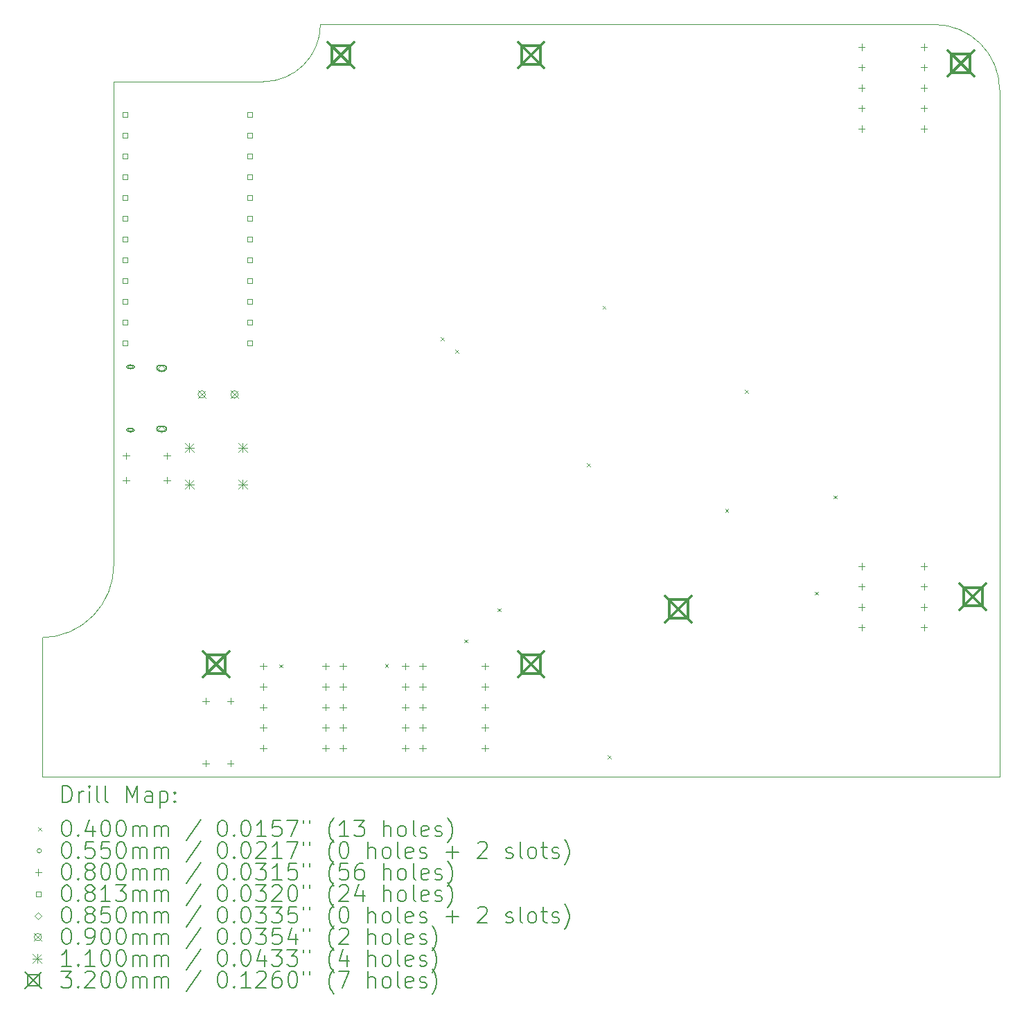
<source format=gbr>
%FSLAX45Y45*%
G04 Gerber Fmt 4.5, Leading zero omitted, Abs format (unit mm)*
G04 Created by KiCad (PCBNEW (5.99.0-12766-g4a3658027e)) date 2021-12-04 14:11:50*
%MOMM*%
%LPD*%
G01*
G04 APERTURE LIST*
%TA.AperFunction,Profile*%
%ADD10C,0.050000*%
%TD*%
%ADD11C,0.200000*%
%ADD12C,0.040000*%
%ADD13C,0.055000*%
%ADD14C,0.080000*%
%ADD15C,0.081280*%
%ADD16C,0.085000*%
%ADD17C,0.090000*%
%ADD18C,0.110000*%
%ADD19C,0.320000*%
G04 APERTURE END LIST*
D10*
X15800000Y-9275000D02*
G75*
G03*
X16675000Y-8375000I-12500J887500D01*
G01*
X19200000Y-1775000D02*
G75*
G02*
X18500000Y-2475000I-700000J0D01*
G01*
X15800000Y-10975000D02*
X15800000Y-9275000D01*
X27500000Y-10975000D02*
X27500000Y-2575000D01*
X16675000Y-2475000D02*
X16675000Y-8375000D01*
X22100000Y-1775000D02*
X19200000Y-1775000D01*
X26700000Y-1775000D02*
X22100000Y-1775000D01*
X27500000Y-10975000D02*
X15800000Y-10975000D01*
X26700000Y-1775000D02*
G75*
G02*
X27500000Y-2575000I0J-800000D01*
G01*
X18500000Y-2475000D02*
X16675000Y-2475000D01*
D11*
D12*
X18695830Y-9600630D02*
X18735830Y-9640630D01*
X18735830Y-9600630D02*
X18695830Y-9640630D01*
X19988130Y-9597030D02*
X20028130Y-9637030D01*
X20028130Y-9597030D02*
X19988130Y-9637030D01*
X20670850Y-5603400D02*
X20710850Y-5643400D01*
X20710850Y-5603400D02*
X20670850Y-5643400D01*
X20850000Y-5753510D02*
X20890000Y-5793510D01*
X20890000Y-5753510D02*
X20850000Y-5793510D01*
X20958890Y-9296900D02*
X20998890Y-9336900D01*
X20998890Y-9296900D02*
X20958890Y-9336900D01*
X21365930Y-8915950D02*
X21405930Y-8955950D01*
X21405930Y-8915950D02*
X21365930Y-8955950D01*
X22457660Y-7143680D02*
X22497660Y-7183680D01*
X22497660Y-7143680D02*
X22457660Y-7183680D01*
X22647510Y-5214740D02*
X22687510Y-5254740D01*
X22687510Y-5214740D02*
X22647510Y-5254740D01*
X22710270Y-10715040D02*
X22750270Y-10755040D01*
X22750270Y-10715040D02*
X22710270Y-10755040D01*
X24147040Y-7699550D02*
X24187040Y-7739550D01*
X24187040Y-7699550D02*
X24147040Y-7739550D01*
X24387540Y-6246450D02*
X24427540Y-6286450D01*
X24427540Y-6246450D02*
X24387540Y-6286450D01*
X25241880Y-8713120D02*
X25281880Y-8753120D01*
X25281880Y-8713120D02*
X25241880Y-8753120D01*
X25469320Y-7536090D02*
X25509320Y-7576090D01*
X25509320Y-7536090D02*
X25469320Y-7576090D01*
D13*
X16907500Y-5962500D02*
G75*
G03*
X16907500Y-5962500I-27500J0D01*
G01*
D11*
X16912500Y-5945000D02*
X16847500Y-5945000D01*
X16912500Y-5980000D02*
X16847500Y-5980000D01*
X16847500Y-5945000D02*
G75*
G03*
X16847500Y-5980000I0J-17500D01*
G01*
X16912500Y-5980000D02*
G75*
G03*
X16912500Y-5945000I0J17500D01*
G01*
D13*
X16907500Y-6737500D02*
G75*
G03*
X16907500Y-6737500I-27500J0D01*
G01*
D11*
X16912500Y-6720000D02*
X16847500Y-6720000D01*
X16912500Y-6755000D02*
X16847500Y-6755000D01*
X16847500Y-6720000D02*
G75*
G03*
X16847500Y-6755000I0J-17500D01*
G01*
X16912500Y-6755000D02*
G75*
G03*
X16912500Y-6720000I0J17500D01*
G01*
D14*
X16825000Y-7010000D02*
X16825000Y-7090000D01*
X16785000Y-7050000D02*
X16865000Y-7050000D01*
X16825000Y-7310000D02*
X16825000Y-7390000D01*
X16785000Y-7350000D02*
X16865000Y-7350000D01*
X17325000Y-7010000D02*
X17325000Y-7090000D01*
X17285000Y-7050000D02*
X17365000Y-7050000D01*
X17325000Y-7310000D02*
X17325000Y-7390000D01*
X17285000Y-7350000D02*
X17365000Y-7350000D01*
X17800000Y-10010000D02*
X17800000Y-10090000D01*
X17760000Y-10050000D02*
X17840000Y-10050000D01*
X17800000Y-10772000D02*
X17800000Y-10852000D01*
X17760000Y-10812000D02*
X17840000Y-10812000D01*
X18100000Y-10010000D02*
X18100000Y-10090000D01*
X18060000Y-10050000D02*
X18140000Y-10050000D01*
X18100000Y-10772000D02*
X18100000Y-10852000D01*
X18060000Y-10812000D02*
X18140000Y-10812000D01*
X18500000Y-9585000D02*
X18500000Y-9665000D01*
X18460000Y-9625000D02*
X18540000Y-9625000D01*
X18500000Y-9835000D02*
X18500000Y-9915000D01*
X18460000Y-9875000D02*
X18540000Y-9875000D01*
X18500000Y-10085000D02*
X18500000Y-10165000D01*
X18460000Y-10125000D02*
X18540000Y-10125000D01*
X18500000Y-10335000D02*
X18500000Y-10415000D01*
X18460000Y-10375000D02*
X18540000Y-10375000D01*
X18500000Y-10585000D02*
X18500000Y-10665000D01*
X18460000Y-10625000D02*
X18540000Y-10625000D01*
X19262000Y-9585000D02*
X19262000Y-9665000D01*
X19222000Y-9625000D02*
X19302000Y-9625000D01*
X19262000Y-9835000D02*
X19262000Y-9915000D01*
X19222000Y-9875000D02*
X19302000Y-9875000D01*
X19262000Y-10085000D02*
X19262000Y-10165000D01*
X19222000Y-10125000D02*
X19302000Y-10125000D01*
X19262000Y-10335000D02*
X19262000Y-10415000D01*
X19222000Y-10375000D02*
X19302000Y-10375000D01*
X19262000Y-10585000D02*
X19262000Y-10665000D01*
X19222000Y-10625000D02*
X19302000Y-10625000D01*
X19475000Y-9585000D02*
X19475000Y-9665000D01*
X19435000Y-9625000D02*
X19515000Y-9625000D01*
X19475000Y-9835000D02*
X19475000Y-9915000D01*
X19435000Y-9875000D02*
X19515000Y-9875000D01*
X19475000Y-10085000D02*
X19475000Y-10165000D01*
X19435000Y-10125000D02*
X19515000Y-10125000D01*
X19475000Y-10335000D02*
X19475000Y-10415000D01*
X19435000Y-10375000D02*
X19515000Y-10375000D01*
X19475000Y-10585000D02*
X19475000Y-10665000D01*
X19435000Y-10625000D02*
X19515000Y-10625000D01*
X20237000Y-9585000D02*
X20237000Y-9665000D01*
X20197000Y-9625000D02*
X20277000Y-9625000D01*
X20237000Y-9835000D02*
X20237000Y-9915000D01*
X20197000Y-9875000D02*
X20277000Y-9875000D01*
X20237000Y-10085000D02*
X20237000Y-10165000D01*
X20197000Y-10125000D02*
X20277000Y-10125000D01*
X20237000Y-10335000D02*
X20237000Y-10415000D01*
X20197000Y-10375000D02*
X20277000Y-10375000D01*
X20237000Y-10585000D02*
X20237000Y-10665000D01*
X20197000Y-10625000D02*
X20277000Y-10625000D01*
X20450000Y-9585000D02*
X20450000Y-9665000D01*
X20410000Y-9625000D02*
X20490000Y-9625000D01*
X20450000Y-9835000D02*
X20450000Y-9915000D01*
X20410000Y-9875000D02*
X20490000Y-9875000D01*
X20450000Y-10085000D02*
X20450000Y-10165000D01*
X20410000Y-10125000D02*
X20490000Y-10125000D01*
X20450000Y-10335000D02*
X20450000Y-10415000D01*
X20410000Y-10375000D02*
X20490000Y-10375000D01*
X20450000Y-10585000D02*
X20450000Y-10665000D01*
X20410000Y-10625000D02*
X20490000Y-10625000D01*
X21212000Y-9585000D02*
X21212000Y-9665000D01*
X21172000Y-9625000D02*
X21252000Y-9625000D01*
X21212000Y-9835000D02*
X21212000Y-9915000D01*
X21172000Y-9875000D02*
X21252000Y-9875000D01*
X21212000Y-10085000D02*
X21212000Y-10165000D01*
X21172000Y-10125000D02*
X21252000Y-10125000D01*
X21212000Y-10335000D02*
X21212000Y-10415000D01*
X21172000Y-10375000D02*
X21252000Y-10375000D01*
X21212000Y-10585000D02*
X21212000Y-10665000D01*
X21172000Y-10625000D02*
X21252000Y-10625000D01*
X25813000Y-2010000D02*
X25813000Y-2090000D01*
X25773000Y-2050000D02*
X25853000Y-2050000D01*
X25813000Y-2260000D02*
X25813000Y-2340000D01*
X25773000Y-2300000D02*
X25853000Y-2300000D01*
X25813000Y-2510000D02*
X25813000Y-2590000D01*
X25773000Y-2550000D02*
X25853000Y-2550000D01*
X25813000Y-2760000D02*
X25813000Y-2840000D01*
X25773000Y-2800000D02*
X25853000Y-2800000D01*
X25813000Y-3010000D02*
X25813000Y-3090000D01*
X25773000Y-3050000D02*
X25853000Y-3050000D01*
X25813000Y-8360000D02*
X25813000Y-8440000D01*
X25773000Y-8400000D02*
X25853000Y-8400000D01*
X25813000Y-8610000D02*
X25813000Y-8690000D01*
X25773000Y-8650000D02*
X25853000Y-8650000D01*
X25813000Y-8860000D02*
X25813000Y-8940000D01*
X25773000Y-8900000D02*
X25853000Y-8900000D01*
X25813000Y-9110000D02*
X25813000Y-9190000D01*
X25773000Y-9150000D02*
X25853000Y-9150000D01*
X26575000Y-2010000D02*
X26575000Y-2090000D01*
X26535000Y-2050000D02*
X26615000Y-2050000D01*
X26575000Y-2260000D02*
X26575000Y-2340000D01*
X26535000Y-2300000D02*
X26615000Y-2300000D01*
X26575000Y-2510000D02*
X26575000Y-2590000D01*
X26535000Y-2550000D02*
X26615000Y-2550000D01*
X26575000Y-2760000D02*
X26575000Y-2840000D01*
X26535000Y-2800000D02*
X26615000Y-2800000D01*
X26575000Y-3010000D02*
X26575000Y-3090000D01*
X26535000Y-3050000D02*
X26615000Y-3050000D01*
X26575000Y-8360000D02*
X26575000Y-8440000D01*
X26535000Y-8400000D02*
X26615000Y-8400000D01*
X26575000Y-8610000D02*
X26575000Y-8690000D01*
X26535000Y-8650000D02*
X26615000Y-8650000D01*
X26575000Y-8860000D02*
X26575000Y-8940000D01*
X26535000Y-8900000D02*
X26615000Y-8900000D01*
X26575000Y-9110000D02*
X26575000Y-9190000D01*
X26535000Y-9150000D02*
X26615000Y-9150000D01*
D15*
X16842877Y-2905937D02*
X16842877Y-2848463D01*
X16785403Y-2848463D01*
X16785403Y-2905937D01*
X16842877Y-2905937D01*
X16842877Y-3159937D02*
X16842877Y-3102463D01*
X16785403Y-3102463D01*
X16785403Y-3159937D01*
X16842877Y-3159937D01*
X16842877Y-3413937D02*
X16842877Y-3356463D01*
X16785403Y-3356463D01*
X16785403Y-3413937D01*
X16842877Y-3413937D01*
X16842877Y-3667937D02*
X16842877Y-3610463D01*
X16785403Y-3610463D01*
X16785403Y-3667937D01*
X16842877Y-3667937D01*
X16842877Y-3921937D02*
X16842877Y-3864463D01*
X16785403Y-3864463D01*
X16785403Y-3921937D01*
X16842877Y-3921937D01*
X16842877Y-4175937D02*
X16842877Y-4118463D01*
X16785403Y-4118463D01*
X16785403Y-4175937D01*
X16842877Y-4175937D01*
X16842877Y-4429937D02*
X16842877Y-4372463D01*
X16785403Y-4372463D01*
X16785403Y-4429937D01*
X16842877Y-4429937D01*
X16842877Y-4683937D02*
X16842877Y-4626463D01*
X16785403Y-4626463D01*
X16785403Y-4683937D01*
X16842877Y-4683937D01*
X16842877Y-4937937D02*
X16842877Y-4880463D01*
X16785403Y-4880463D01*
X16785403Y-4937937D01*
X16842877Y-4937937D01*
X16842877Y-5191937D02*
X16842877Y-5134463D01*
X16785403Y-5134463D01*
X16785403Y-5191937D01*
X16842877Y-5191937D01*
X16842877Y-5445937D02*
X16842877Y-5388463D01*
X16785403Y-5388463D01*
X16785403Y-5445937D01*
X16842877Y-5445937D01*
X16842877Y-5699937D02*
X16842877Y-5642463D01*
X16785403Y-5642463D01*
X16785403Y-5699937D01*
X16842877Y-5699937D01*
X18364877Y-2905937D02*
X18364877Y-2848463D01*
X18307403Y-2848463D01*
X18307403Y-2905937D01*
X18364877Y-2905937D01*
X18364877Y-3159937D02*
X18364877Y-3102463D01*
X18307403Y-3102463D01*
X18307403Y-3159937D01*
X18364877Y-3159937D01*
X18364877Y-3413937D02*
X18364877Y-3356463D01*
X18307403Y-3356463D01*
X18307403Y-3413937D01*
X18364877Y-3413937D01*
X18364877Y-3667937D02*
X18364877Y-3610463D01*
X18307403Y-3610463D01*
X18307403Y-3667937D01*
X18364877Y-3667937D01*
X18364877Y-3921937D02*
X18364877Y-3864463D01*
X18307403Y-3864463D01*
X18307403Y-3921937D01*
X18364877Y-3921937D01*
X18364877Y-4175937D02*
X18364877Y-4118463D01*
X18307403Y-4118463D01*
X18307403Y-4175937D01*
X18364877Y-4175937D01*
X18364877Y-4429937D02*
X18364877Y-4372463D01*
X18307403Y-4372463D01*
X18307403Y-4429937D01*
X18364877Y-4429937D01*
X18364877Y-4683937D02*
X18364877Y-4626463D01*
X18307403Y-4626463D01*
X18307403Y-4683937D01*
X18364877Y-4683937D01*
X18364877Y-4937937D02*
X18364877Y-4880463D01*
X18307403Y-4880463D01*
X18307403Y-4937937D01*
X18364877Y-4937937D01*
X18364877Y-5191937D02*
X18364877Y-5134463D01*
X18307403Y-5134463D01*
X18307403Y-5191937D01*
X18364877Y-5191937D01*
X18364877Y-5445937D02*
X18364877Y-5388463D01*
X18307403Y-5388463D01*
X18307403Y-5445937D01*
X18364877Y-5445937D01*
X18364877Y-5699937D02*
X18364877Y-5642463D01*
X18307403Y-5642463D01*
X18307403Y-5699937D01*
X18364877Y-5699937D01*
D16*
X17260000Y-6020000D02*
X17302500Y-5977500D01*
X17260000Y-5935000D01*
X17217500Y-5977500D01*
X17260000Y-6020000D01*
D11*
X17287500Y-5945000D02*
X17232500Y-5945000D01*
X17287500Y-6010000D02*
X17232500Y-6010000D01*
X17232500Y-5945000D02*
G75*
G03*
X17232500Y-6010000I0J-32500D01*
G01*
X17287500Y-6010000D02*
G75*
G03*
X17287500Y-5945000I0J32500D01*
G01*
D16*
X17260000Y-6765000D02*
X17302500Y-6722500D01*
X17260000Y-6680000D01*
X17217500Y-6722500D01*
X17260000Y-6765000D01*
D11*
X17287500Y-6690000D02*
X17232500Y-6690000D01*
X17287500Y-6755000D02*
X17232500Y-6755000D01*
X17232500Y-6690000D02*
G75*
G03*
X17232500Y-6755000I0J-32500D01*
G01*
X17287500Y-6755000D02*
G75*
G03*
X17287500Y-6690000I0J32500D01*
G01*
D17*
X17705000Y-6255000D02*
X17795000Y-6345000D01*
X17795000Y-6255000D02*
X17705000Y-6345000D01*
X17795000Y-6300000D02*
G75*
G03*
X17795000Y-6300000I-45000J0D01*
G01*
X18105000Y-6255000D02*
X18195000Y-6345000D01*
X18195000Y-6255000D02*
X18105000Y-6345000D01*
X18195000Y-6300000D02*
G75*
G03*
X18195000Y-6300000I-45000J0D01*
G01*
D18*
X17545000Y-6895000D02*
X17655000Y-7005000D01*
X17655000Y-6895000D02*
X17545000Y-7005000D01*
X17600000Y-6895000D02*
X17600000Y-7005000D01*
X17545000Y-6950000D02*
X17655000Y-6950000D01*
X17545000Y-7345000D02*
X17655000Y-7455000D01*
X17655000Y-7345000D02*
X17545000Y-7455000D01*
X17600000Y-7345000D02*
X17600000Y-7455000D01*
X17545000Y-7400000D02*
X17655000Y-7400000D01*
X18195000Y-6895000D02*
X18305000Y-7005000D01*
X18305000Y-6895000D02*
X18195000Y-7005000D01*
X18250000Y-6895000D02*
X18250000Y-7005000D01*
X18195000Y-6950000D02*
X18305000Y-6950000D01*
X18195000Y-7345000D02*
X18305000Y-7455000D01*
X18305000Y-7345000D02*
X18195000Y-7455000D01*
X18250000Y-7345000D02*
X18250000Y-7455000D01*
X18195000Y-7400000D02*
X18305000Y-7400000D01*
D19*
X17765000Y-9440000D02*
X18085000Y-9760000D01*
X18085000Y-9440000D02*
X17765000Y-9760000D01*
X18038138Y-9713138D02*
X18038138Y-9486862D01*
X17811862Y-9486862D01*
X17811862Y-9713138D01*
X18038138Y-9713138D01*
X19290000Y-1990000D02*
X19610000Y-2310000D01*
X19610000Y-1990000D02*
X19290000Y-2310000D01*
X19563138Y-2263138D02*
X19563138Y-2036862D01*
X19336862Y-2036862D01*
X19336862Y-2263138D01*
X19563138Y-2263138D01*
X21615000Y-1990000D02*
X21935000Y-2310000D01*
X21935000Y-1990000D02*
X21615000Y-2310000D01*
X21888138Y-2263138D02*
X21888138Y-2036862D01*
X21661862Y-2036862D01*
X21661862Y-2263138D01*
X21888138Y-2263138D01*
X21615000Y-9440000D02*
X21935000Y-9760000D01*
X21935000Y-9440000D02*
X21615000Y-9760000D01*
X21888138Y-9713138D02*
X21888138Y-9486862D01*
X21661862Y-9486862D01*
X21661862Y-9713138D01*
X21888138Y-9713138D01*
X23415000Y-8765000D02*
X23735000Y-9085000D01*
X23735000Y-8765000D02*
X23415000Y-9085000D01*
X23688138Y-9038138D02*
X23688138Y-8811862D01*
X23461862Y-8811862D01*
X23461862Y-9038138D01*
X23688138Y-9038138D01*
X26865000Y-2090000D02*
X27185000Y-2410000D01*
X27185000Y-2090000D02*
X26865000Y-2410000D01*
X27138138Y-2363138D02*
X27138138Y-2136862D01*
X26911862Y-2136862D01*
X26911862Y-2363138D01*
X27138138Y-2363138D01*
X27015000Y-8615000D02*
X27335000Y-8935000D01*
X27335000Y-8615000D02*
X27015000Y-8935000D01*
X27288138Y-8888138D02*
X27288138Y-8661862D01*
X27061862Y-8661862D01*
X27061862Y-8888138D01*
X27288138Y-8888138D01*
D11*
X16050119Y-11287976D02*
X16050119Y-11087976D01*
X16097738Y-11087976D01*
X16126309Y-11097500D01*
X16145357Y-11116548D01*
X16154881Y-11135595D01*
X16164405Y-11173690D01*
X16164405Y-11202262D01*
X16154881Y-11240357D01*
X16145357Y-11259405D01*
X16126309Y-11278452D01*
X16097738Y-11287976D01*
X16050119Y-11287976D01*
X16250119Y-11287976D02*
X16250119Y-11154643D01*
X16250119Y-11192738D02*
X16259643Y-11173690D01*
X16269167Y-11164167D01*
X16288214Y-11154643D01*
X16307262Y-11154643D01*
X16373928Y-11287976D02*
X16373928Y-11154643D01*
X16373928Y-11087976D02*
X16364405Y-11097500D01*
X16373928Y-11107024D01*
X16383452Y-11097500D01*
X16373928Y-11087976D01*
X16373928Y-11107024D01*
X16497738Y-11287976D02*
X16478690Y-11278452D01*
X16469167Y-11259405D01*
X16469167Y-11087976D01*
X16602500Y-11287976D02*
X16583452Y-11278452D01*
X16573928Y-11259405D01*
X16573928Y-11087976D01*
X16831071Y-11287976D02*
X16831071Y-11087976D01*
X16897738Y-11230833D01*
X16964405Y-11087976D01*
X16964405Y-11287976D01*
X17145357Y-11287976D02*
X17145357Y-11183214D01*
X17135833Y-11164167D01*
X17116786Y-11154643D01*
X17078690Y-11154643D01*
X17059643Y-11164167D01*
X17145357Y-11278452D02*
X17126310Y-11287976D01*
X17078690Y-11287976D01*
X17059643Y-11278452D01*
X17050119Y-11259405D01*
X17050119Y-11240357D01*
X17059643Y-11221309D01*
X17078690Y-11211786D01*
X17126310Y-11211786D01*
X17145357Y-11202262D01*
X17240595Y-11154643D02*
X17240595Y-11354643D01*
X17240595Y-11164167D02*
X17259643Y-11154643D01*
X17297738Y-11154643D01*
X17316786Y-11164167D01*
X17326310Y-11173690D01*
X17335833Y-11192738D01*
X17335833Y-11249881D01*
X17326310Y-11268928D01*
X17316786Y-11278452D01*
X17297738Y-11287976D01*
X17259643Y-11287976D01*
X17240595Y-11278452D01*
X17421548Y-11268928D02*
X17431071Y-11278452D01*
X17421548Y-11287976D01*
X17412024Y-11278452D01*
X17421548Y-11268928D01*
X17421548Y-11287976D01*
X17421548Y-11164167D02*
X17431071Y-11173690D01*
X17421548Y-11183214D01*
X17412024Y-11173690D01*
X17421548Y-11164167D01*
X17421548Y-11183214D01*
D12*
X15752500Y-11597500D02*
X15792500Y-11637500D01*
X15792500Y-11597500D02*
X15752500Y-11637500D01*
D11*
X16088214Y-11507976D02*
X16107262Y-11507976D01*
X16126309Y-11517500D01*
X16135833Y-11527024D01*
X16145357Y-11546071D01*
X16154881Y-11584167D01*
X16154881Y-11631786D01*
X16145357Y-11669881D01*
X16135833Y-11688928D01*
X16126309Y-11698452D01*
X16107262Y-11707976D01*
X16088214Y-11707976D01*
X16069167Y-11698452D01*
X16059643Y-11688928D01*
X16050119Y-11669881D01*
X16040595Y-11631786D01*
X16040595Y-11584167D01*
X16050119Y-11546071D01*
X16059643Y-11527024D01*
X16069167Y-11517500D01*
X16088214Y-11507976D01*
X16240595Y-11688928D02*
X16250119Y-11698452D01*
X16240595Y-11707976D01*
X16231071Y-11698452D01*
X16240595Y-11688928D01*
X16240595Y-11707976D01*
X16421548Y-11574643D02*
X16421548Y-11707976D01*
X16373928Y-11498452D02*
X16326309Y-11641309D01*
X16450119Y-11641309D01*
X16564405Y-11507976D02*
X16583452Y-11507976D01*
X16602500Y-11517500D01*
X16612024Y-11527024D01*
X16621548Y-11546071D01*
X16631071Y-11584167D01*
X16631071Y-11631786D01*
X16621548Y-11669881D01*
X16612024Y-11688928D01*
X16602500Y-11698452D01*
X16583452Y-11707976D01*
X16564405Y-11707976D01*
X16545357Y-11698452D01*
X16535833Y-11688928D01*
X16526309Y-11669881D01*
X16516786Y-11631786D01*
X16516786Y-11584167D01*
X16526309Y-11546071D01*
X16535833Y-11527024D01*
X16545357Y-11517500D01*
X16564405Y-11507976D01*
X16754881Y-11507976D02*
X16773928Y-11507976D01*
X16792976Y-11517500D01*
X16802500Y-11527024D01*
X16812024Y-11546071D01*
X16821548Y-11584167D01*
X16821548Y-11631786D01*
X16812024Y-11669881D01*
X16802500Y-11688928D01*
X16792976Y-11698452D01*
X16773928Y-11707976D01*
X16754881Y-11707976D01*
X16735833Y-11698452D01*
X16726309Y-11688928D01*
X16716786Y-11669881D01*
X16707262Y-11631786D01*
X16707262Y-11584167D01*
X16716786Y-11546071D01*
X16726309Y-11527024D01*
X16735833Y-11517500D01*
X16754881Y-11507976D01*
X16907262Y-11707976D02*
X16907262Y-11574643D01*
X16907262Y-11593690D02*
X16916786Y-11584167D01*
X16935833Y-11574643D01*
X16964405Y-11574643D01*
X16983452Y-11584167D01*
X16992976Y-11603214D01*
X16992976Y-11707976D01*
X16992976Y-11603214D02*
X17002500Y-11584167D01*
X17021548Y-11574643D01*
X17050119Y-11574643D01*
X17069167Y-11584167D01*
X17078690Y-11603214D01*
X17078690Y-11707976D01*
X17173929Y-11707976D02*
X17173929Y-11574643D01*
X17173929Y-11593690D02*
X17183452Y-11584167D01*
X17202500Y-11574643D01*
X17231071Y-11574643D01*
X17250119Y-11584167D01*
X17259643Y-11603214D01*
X17259643Y-11707976D01*
X17259643Y-11603214D02*
X17269167Y-11584167D01*
X17288214Y-11574643D01*
X17316786Y-11574643D01*
X17335833Y-11584167D01*
X17345357Y-11603214D01*
X17345357Y-11707976D01*
X17735833Y-11498452D02*
X17564405Y-11755595D01*
X17992976Y-11507976D02*
X18012024Y-11507976D01*
X18031071Y-11517500D01*
X18040595Y-11527024D01*
X18050119Y-11546071D01*
X18059643Y-11584167D01*
X18059643Y-11631786D01*
X18050119Y-11669881D01*
X18040595Y-11688928D01*
X18031071Y-11698452D01*
X18012024Y-11707976D01*
X17992976Y-11707976D01*
X17973929Y-11698452D01*
X17964405Y-11688928D01*
X17954881Y-11669881D01*
X17945357Y-11631786D01*
X17945357Y-11584167D01*
X17954881Y-11546071D01*
X17964405Y-11527024D01*
X17973929Y-11517500D01*
X17992976Y-11507976D01*
X18145357Y-11688928D02*
X18154881Y-11698452D01*
X18145357Y-11707976D01*
X18135833Y-11698452D01*
X18145357Y-11688928D01*
X18145357Y-11707976D01*
X18278690Y-11507976D02*
X18297738Y-11507976D01*
X18316786Y-11517500D01*
X18326310Y-11527024D01*
X18335833Y-11546071D01*
X18345357Y-11584167D01*
X18345357Y-11631786D01*
X18335833Y-11669881D01*
X18326310Y-11688928D01*
X18316786Y-11698452D01*
X18297738Y-11707976D01*
X18278690Y-11707976D01*
X18259643Y-11698452D01*
X18250119Y-11688928D01*
X18240595Y-11669881D01*
X18231071Y-11631786D01*
X18231071Y-11584167D01*
X18240595Y-11546071D01*
X18250119Y-11527024D01*
X18259643Y-11517500D01*
X18278690Y-11507976D01*
X18535833Y-11707976D02*
X18421548Y-11707976D01*
X18478690Y-11707976D02*
X18478690Y-11507976D01*
X18459643Y-11536548D01*
X18440595Y-11555595D01*
X18421548Y-11565119D01*
X18716786Y-11507976D02*
X18621548Y-11507976D01*
X18612024Y-11603214D01*
X18621548Y-11593690D01*
X18640595Y-11584167D01*
X18688214Y-11584167D01*
X18707262Y-11593690D01*
X18716786Y-11603214D01*
X18726310Y-11622262D01*
X18726310Y-11669881D01*
X18716786Y-11688928D01*
X18707262Y-11698452D01*
X18688214Y-11707976D01*
X18640595Y-11707976D01*
X18621548Y-11698452D01*
X18612024Y-11688928D01*
X18792976Y-11507976D02*
X18926310Y-11507976D01*
X18840595Y-11707976D01*
X18992976Y-11507976D02*
X18992976Y-11546071D01*
X19069167Y-11507976D02*
X19069167Y-11546071D01*
X19364405Y-11784167D02*
X19354881Y-11774643D01*
X19335833Y-11746071D01*
X19326310Y-11727024D01*
X19316786Y-11698452D01*
X19307262Y-11650833D01*
X19307262Y-11612738D01*
X19316786Y-11565119D01*
X19326310Y-11536548D01*
X19335833Y-11517500D01*
X19354881Y-11488928D01*
X19364405Y-11479405D01*
X19545357Y-11707976D02*
X19431071Y-11707976D01*
X19488214Y-11707976D02*
X19488214Y-11507976D01*
X19469167Y-11536548D01*
X19450119Y-11555595D01*
X19431071Y-11565119D01*
X19612024Y-11507976D02*
X19735833Y-11507976D01*
X19669167Y-11584167D01*
X19697738Y-11584167D01*
X19716786Y-11593690D01*
X19726310Y-11603214D01*
X19735833Y-11622262D01*
X19735833Y-11669881D01*
X19726310Y-11688928D01*
X19716786Y-11698452D01*
X19697738Y-11707976D01*
X19640595Y-11707976D01*
X19621548Y-11698452D01*
X19612024Y-11688928D01*
X19973929Y-11707976D02*
X19973929Y-11507976D01*
X20059643Y-11707976D02*
X20059643Y-11603214D01*
X20050119Y-11584167D01*
X20031071Y-11574643D01*
X20002500Y-11574643D01*
X19983452Y-11584167D01*
X19973929Y-11593690D01*
X20183452Y-11707976D02*
X20164405Y-11698452D01*
X20154881Y-11688928D01*
X20145357Y-11669881D01*
X20145357Y-11612738D01*
X20154881Y-11593690D01*
X20164405Y-11584167D01*
X20183452Y-11574643D01*
X20212024Y-11574643D01*
X20231071Y-11584167D01*
X20240595Y-11593690D01*
X20250119Y-11612738D01*
X20250119Y-11669881D01*
X20240595Y-11688928D01*
X20231071Y-11698452D01*
X20212024Y-11707976D01*
X20183452Y-11707976D01*
X20364405Y-11707976D02*
X20345357Y-11698452D01*
X20335833Y-11679405D01*
X20335833Y-11507976D01*
X20516786Y-11698452D02*
X20497738Y-11707976D01*
X20459643Y-11707976D01*
X20440595Y-11698452D01*
X20431071Y-11679405D01*
X20431071Y-11603214D01*
X20440595Y-11584167D01*
X20459643Y-11574643D01*
X20497738Y-11574643D01*
X20516786Y-11584167D01*
X20526310Y-11603214D01*
X20526310Y-11622262D01*
X20431071Y-11641309D01*
X20602500Y-11698452D02*
X20621548Y-11707976D01*
X20659643Y-11707976D01*
X20678690Y-11698452D01*
X20688214Y-11679405D01*
X20688214Y-11669881D01*
X20678690Y-11650833D01*
X20659643Y-11641309D01*
X20631071Y-11641309D01*
X20612024Y-11631786D01*
X20602500Y-11612738D01*
X20602500Y-11603214D01*
X20612024Y-11584167D01*
X20631071Y-11574643D01*
X20659643Y-11574643D01*
X20678690Y-11584167D01*
X20754881Y-11784167D02*
X20764405Y-11774643D01*
X20783452Y-11746071D01*
X20792976Y-11727024D01*
X20802500Y-11698452D01*
X20812024Y-11650833D01*
X20812024Y-11612738D01*
X20802500Y-11565119D01*
X20792976Y-11536548D01*
X20783452Y-11517500D01*
X20764405Y-11488928D01*
X20754881Y-11479405D01*
D13*
X15792500Y-11881500D02*
G75*
G03*
X15792500Y-11881500I-27500J0D01*
G01*
D11*
X16088214Y-11771976D02*
X16107262Y-11771976D01*
X16126309Y-11781500D01*
X16135833Y-11791024D01*
X16145357Y-11810071D01*
X16154881Y-11848167D01*
X16154881Y-11895786D01*
X16145357Y-11933881D01*
X16135833Y-11952928D01*
X16126309Y-11962452D01*
X16107262Y-11971976D01*
X16088214Y-11971976D01*
X16069167Y-11962452D01*
X16059643Y-11952928D01*
X16050119Y-11933881D01*
X16040595Y-11895786D01*
X16040595Y-11848167D01*
X16050119Y-11810071D01*
X16059643Y-11791024D01*
X16069167Y-11781500D01*
X16088214Y-11771976D01*
X16240595Y-11952928D02*
X16250119Y-11962452D01*
X16240595Y-11971976D01*
X16231071Y-11962452D01*
X16240595Y-11952928D01*
X16240595Y-11971976D01*
X16431071Y-11771976D02*
X16335833Y-11771976D01*
X16326309Y-11867214D01*
X16335833Y-11857690D01*
X16354881Y-11848167D01*
X16402500Y-11848167D01*
X16421548Y-11857690D01*
X16431071Y-11867214D01*
X16440595Y-11886262D01*
X16440595Y-11933881D01*
X16431071Y-11952928D01*
X16421548Y-11962452D01*
X16402500Y-11971976D01*
X16354881Y-11971976D01*
X16335833Y-11962452D01*
X16326309Y-11952928D01*
X16621548Y-11771976D02*
X16526309Y-11771976D01*
X16516786Y-11867214D01*
X16526309Y-11857690D01*
X16545357Y-11848167D01*
X16592976Y-11848167D01*
X16612024Y-11857690D01*
X16621548Y-11867214D01*
X16631071Y-11886262D01*
X16631071Y-11933881D01*
X16621548Y-11952928D01*
X16612024Y-11962452D01*
X16592976Y-11971976D01*
X16545357Y-11971976D01*
X16526309Y-11962452D01*
X16516786Y-11952928D01*
X16754881Y-11771976D02*
X16773928Y-11771976D01*
X16792976Y-11781500D01*
X16802500Y-11791024D01*
X16812024Y-11810071D01*
X16821548Y-11848167D01*
X16821548Y-11895786D01*
X16812024Y-11933881D01*
X16802500Y-11952928D01*
X16792976Y-11962452D01*
X16773928Y-11971976D01*
X16754881Y-11971976D01*
X16735833Y-11962452D01*
X16726309Y-11952928D01*
X16716786Y-11933881D01*
X16707262Y-11895786D01*
X16707262Y-11848167D01*
X16716786Y-11810071D01*
X16726309Y-11791024D01*
X16735833Y-11781500D01*
X16754881Y-11771976D01*
X16907262Y-11971976D02*
X16907262Y-11838643D01*
X16907262Y-11857690D02*
X16916786Y-11848167D01*
X16935833Y-11838643D01*
X16964405Y-11838643D01*
X16983452Y-11848167D01*
X16992976Y-11867214D01*
X16992976Y-11971976D01*
X16992976Y-11867214D02*
X17002500Y-11848167D01*
X17021548Y-11838643D01*
X17050119Y-11838643D01*
X17069167Y-11848167D01*
X17078690Y-11867214D01*
X17078690Y-11971976D01*
X17173929Y-11971976D02*
X17173929Y-11838643D01*
X17173929Y-11857690D02*
X17183452Y-11848167D01*
X17202500Y-11838643D01*
X17231071Y-11838643D01*
X17250119Y-11848167D01*
X17259643Y-11867214D01*
X17259643Y-11971976D01*
X17259643Y-11867214D02*
X17269167Y-11848167D01*
X17288214Y-11838643D01*
X17316786Y-11838643D01*
X17335833Y-11848167D01*
X17345357Y-11867214D01*
X17345357Y-11971976D01*
X17735833Y-11762452D02*
X17564405Y-12019595D01*
X17992976Y-11771976D02*
X18012024Y-11771976D01*
X18031071Y-11781500D01*
X18040595Y-11791024D01*
X18050119Y-11810071D01*
X18059643Y-11848167D01*
X18059643Y-11895786D01*
X18050119Y-11933881D01*
X18040595Y-11952928D01*
X18031071Y-11962452D01*
X18012024Y-11971976D01*
X17992976Y-11971976D01*
X17973929Y-11962452D01*
X17964405Y-11952928D01*
X17954881Y-11933881D01*
X17945357Y-11895786D01*
X17945357Y-11848167D01*
X17954881Y-11810071D01*
X17964405Y-11791024D01*
X17973929Y-11781500D01*
X17992976Y-11771976D01*
X18145357Y-11952928D02*
X18154881Y-11962452D01*
X18145357Y-11971976D01*
X18135833Y-11962452D01*
X18145357Y-11952928D01*
X18145357Y-11971976D01*
X18278690Y-11771976D02*
X18297738Y-11771976D01*
X18316786Y-11781500D01*
X18326310Y-11791024D01*
X18335833Y-11810071D01*
X18345357Y-11848167D01*
X18345357Y-11895786D01*
X18335833Y-11933881D01*
X18326310Y-11952928D01*
X18316786Y-11962452D01*
X18297738Y-11971976D01*
X18278690Y-11971976D01*
X18259643Y-11962452D01*
X18250119Y-11952928D01*
X18240595Y-11933881D01*
X18231071Y-11895786D01*
X18231071Y-11848167D01*
X18240595Y-11810071D01*
X18250119Y-11791024D01*
X18259643Y-11781500D01*
X18278690Y-11771976D01*
X18421548Y-11791024D02*
X18431071Y-11781500D01*
X18450119Y-11771976D01*
X18497738Y-11771976D01*
X18516786Y-11781500D01*
X18526310Y-11791024D01*
X18535833Y-11810071D01*
X18535833Y-11829119D01*
X18526310Y-11857690D01*
X18412024Y-11971976D01*
X18535833Y-11971976D01*
X18726310Y-11971976D02*
X18612024Y-11971976D01*
X18669167Y-11971976D02*
X18669167Y-11771976D01*
X18650119Y-11800548D01*
X18631071Y-11819595D01*
X18612024Y-11829119D01*
X18792976Y-11771976D02*
X18926310Y-11771976D01*
X18840595Y-11971976D01*
X18992976Y-11771976D02*
X18992976Y-11810071D01*
X19069167Y-11771976D02*
X19069167Y-11810071D01*
X19364405Y-12048167D02*
X19354881Y-12038643D01*
X19335833Y-12010071D01*
X19326310Y-11991024D01*
X19316786Y-11962452D01*
X19307262Y-11914833D01*
X19307262Y-11876738D01*
X19316786Y-11829119D01*
X19326310Y-11800548D01*
X19335833Y-11781500D01*
X19354881Y-11752928D01*
X19364405Y-11743405D01*
X19478690Y-11771976D02*
X19497738Y-11771976D01*
X19516786Y-11781500D01*
X19526310Y-11791024D01*
X19535833Y-11810071D01*
X19545357Y-11848167D01*
X19545357Y-11895786D01*
X19535833Y-11933881D01*
X19526310Y-11952928D01*
X19516786Y-11962452D01*
X19497738Y-11971976D01*
X19478690Y-11971976D01*
X19459643Y-11962452D01*
X19450119Y-11952928D01*
X19440595Y-11933881D01*
X19431071Y-11895786D01*
X19431071Y-11848167D01*
X19440595Y-11810071D01*
X19450119Y-11791024D01*
X19459643Y-11781500D01*
X19478690Y-11771976D01*
X19783452Y-11971976D02*
X19783452Y-11771976D01*
X19869167Y-11971976D02*
X19869167Y-11867214D01*
X19859643Y-11848167D01*
X19840595Y-11838643D01*
X19812024Y-11838643D01*
X19792976Y-11848167D01*
X19783452Y-11857690D01*
X19992976Y-11971976D02*
X19973929Y-11962452D01*
X19964405Y-11952928D01*
X19954881Y-11933881D01*
X19954881Y-11876738D01*
X19964405Y-11857690D01*
X19973929Y-11848167D01*
X19992976Y-11838643D01*
X20021548Y-11838643D01*
X20040595Y-11848167D01*
X20050119Y-11857690D01*
X20059643Y-11876738D01*
X20059643Y-11933881D01*
X20050119Y-11952928D01*
X20040595Y-11962452D01*
X20021548Y-11971976D01*
X19992976Y-11971976D01*
X20173929Y-11971976D02*
X20154881Y-11962452D01*
X20145357Y-11943405D01*
X20145357Y-11771976D01*
X20326310Y-11962452D02*
X20307262Y-11971976D01*
X20269167Y-11971976D01*
X20250119Y-11962452D01*
X20240595Y-11943405D01*
X20240595Y-11867214D01*
X20250119Y-11848167D01*
X20269167Y-11838643D01*
X20307262Y-11838643D01*
X20326310Y-11848167D01*
X20335833Y-11867214D01*
X20335833Y-11886262D01*
X20240595Y-11905309D01*
X20412024Y-11962452D02*
X20431071Y-11971976D01*
X20469167Y-11971976D01*
X20488214Y-11962452D01*
X20497738Y-11943405D01*
X20497738Y-11933881D01*
X20488214Y-11914833D01*
X20469167Y-11905309D01*
X20440595Y-11905309D01*
X20421548Y-11895786D01*
X20412024Y-11876738D01*
X20412024Y-11867214D01*
X20421548Y-11848167D01*
X20440595Y-11838643D01*
X20469167Y-11838643D01*
X20488214Y-11848167D01*
X20735833Y-11895786D02*
X20888214Y-11895786D01*
X20812024Y-11971976D02*
X20812024Y-11819595D01*
X21126310Y-11791024D02*
X21135833Y-11781500D01*
X21154881Y-11771976D01*
X21202500Y-11771976D01*
X21221548Y-11781500D01*
X21231071Y-11791024D01*
X21240595Y-11810071D01*
X21240595Y-11829119D01*
X21231071Y-11857690D01*
X21116786Y-11971976D01*
X21240595Y-11971976D01*
X21469167Y-11962452D02*
X21488214Y-11971976D01*
X21526310Y-11971976D01*
X21545357Y-11962452D01*
X21554881Y-11943405D01*
X21554881Y-11933881D01*
X21545357Y-11914833D01*
X21526310Y-11905309D01*
X21497738Y-11905309D01*
X21478690Y-11895786D01*
X21469167Y-11876738D01*
X21469167Y-11867214D01*
X21478690Y-11848167D01*
X21497738Y-11838643D01*
X21526310Y-11838643D01*
X21545357Y-11848167D01*
X21669167Y-11971976D02*
X21650119Y-11962452D01*
X21640595Y-11943405D01*
X21640595Y-11771976D01*
X21773929Y-11971976D02*
X21754881Y-11962452D01*
X21745357Y-11952928D01*
X21735833Y-11933881D01*
X21735833Y-11876738D01*
X21745357Y-11857690D01*
X21754881Y-11848167D01*
X21773929Y-11838643D01*
X21802500Y-11838643D01*
X21821548Y-11848167D01*
X21831071Y-11857690D01*
X21840595Y-11876738D01*
X21840595Y-11933881D01*
X21831071Y-11952928D01*
X21821548Y-11962452D01*
X21802500Y-11971976D01*
X21773929Y-11971976D01*
X21897738Y-11838643D02*
X21973929Y-11838643D01*
X21926310Y-11771976D02*
X21926310Y-11943405D01*
X21935833Y-11962452D01*
X21954881Y-11971976D01*
X21973929Y-11971976D01*
X22031071Y-11962452D02*
X22050119Y-11971976D01*
X22088214Y-11971976D01*
X22107262Y-11962452D01*
X22116786Y-11943405D01*
X22116786Y-11933881D01*
X22107262Y-11914833D01*
X22088214Y-11905309D01*
X22059643Y-11905309D01*
X22040595Y-11895786D01*
X22031071Y-11876738D01*
X22031071Y-11867214D01*
X22040595Y-11848167D01*
X22059643Y-11838643D01*
X22088214Y-11838643D01*
X22107262Y-11848167D01*
X22183452Y-12048167D02*
X22192976Y-12038643D01*
X22212024Y-12010071D01*
X22221548Y-11991024D01*
X22231071Y-11962452D01*
X22240595Y-11914833D01*
X22240595Y-11876738D01*
X22231071Y-11829119D01*
X22221548Y-11800548D01*
X22212024Y-11781500D01*
X22192976Y-11752928D01*
X22183452Y-11743405D01*
D14*
X15752500Y-12105500D02*
X15752500Y-12185500D01*
X15712500Y-12145500D02*
X15792500Y-12145500D01*
D11*
X16088214Y-12035976D02*
X16107262Y-12035976D01*
X16126309Y-12045500D01*
X16135833Y-12055024D01*
X16145357Y-12074071D01*
X16154881Y-12112167D01*
X16154881Y-12159786D01*
X16145357Y-12197881D01*
X16135833Y-12216928D01*
X16126309Y-12226452D01*
X16107262Y-12235976D01*
X16088214Y-12235976D01*
X16069167Y-12226452D01*
X16059643Y-12216928D01*
X16050119Y-12197881D01*
X16040595Y-12159786D01*
X16040595Y-12112167D01*
X16050119Y-12074071D01*
X16059643Y-12055024D01*
X16069167Y-12045500D01*
X16088214Y-12035976D01*
X16240595Y-12216928D02*
X16250119Y-12226452D01*
X16240595Y-12235976D01*
X16231071Y-12226452D01*
X16240595Y-12216928D01*
X16240595Y-12235976D01*
X16364405Y-12121690D02*
X16345357Y-12112167D01*
X16335833Y-12102643D01*
X16326309Y-12083595D01*
X16326309Y-12074071D01*
X16335833Y-12055024D01*
X16345357Y-12045500D01*
X16364405Y-12035976D01*
X16402500Y-12035976D01*
X16421548Y-12045500D01*
X16431071Y-12055024D01*
X16440595Y-12074071D01*
X16440595Y-12083595D01*
X16431071Y-12102643D01*
X16421548Y-12112167D01*
X16402500Y-12121690D01*
X16364405Y-12121690D01*
X16345357Y-12131214D01*
X16335833Y-12140738D01*
X16326309Y-12159786D01*
X16326309Y-12197881D01*
X16335833Y-12216928D01*
X16345357Y-12226452D01*
X16364405Y-12235976D01*
X16402500Y-12235976D01*
X16421548Y-12226452D01*
X16431071Y-12216928D01*
X16440595Y-12197881D01*
X16440595Y-12159786D01*
X16431071Y-12140738D01*
X16421548Y-12131214D01*
X16402500Y-12121690D01*
X16564405Y-12035976D02*
X16583452Y-12035976D01*
X16602500Y-12045500D01*
X16612024Y-12055024D01*
X16621548Y-12074071D01*
X16631071Y-12112167D01*
X16631071Y-12159786D01*
X16621548Y-12197881D01*
X16612024Y-12216928D01*
X16602500Y-12226452D01*
X16583452Y-12235976D01*
X16564405Y-12235976D01*
X16545357Y-12226452D01*
X16535833Y-12216928D01*
X16526309Y-12197881D01*
X16516786Y-12159786D01*
X16516786Y-12112167D01*
X16526309Y-12074071D01*
X16535833Y-12055024D01*
X16545357Y-12045500D01*
X16564405Y-12035976D01*
X16754881Y-12035976D02*
X16773928Y-12035976D01*
X16792976Y-12045500D01*
X16802500Y-12055024D01*
X16812024Y-12074071D01*
X16821548Y-12112167D01*
X16821548Y-12159786D01*
X16812024Y-12197881D01*
X16802500Y-12216928D01*
X16792976Y-12226452D01*
X16773928Y-12235976D01*
X16754881Y-12235976D01*
X16735833Y-12226452D01*
X16726309Y-12216928D01*
X16716786Y-12197881D01*
X16707262Y-12159786D01*
X16707262Y-12112167D01*
X16716786Y-12074071D01*
X16726309Y-12055024D01*
X16735833Y-12045500D01*
X16754881Y-12035976D01*
X16907262Y-12235976D02*
X16907262Y-12102643D01*
X16907262Y-12121690D02*
X16916786Y-12112167D01*
X16935833Y-12102643D01*
X16964405Y-12102643D01*
X16983452Y-12112167D01*
X16992976Y-12131214D01*
X16992976Y-12235976D01*
X16992976Y-12131214D02*
X17002500Y-12112167D01*
X17021548Y-12102643D01*
X17050119Y-12102643D01*
X17069167Y-12112167D01*
X17078690Y-12131214D01*
X17078690Y-12235976D01*
X17173929Y-12235976D02*
X17173929Y-12102643D01*
X17173929Y-12121690D02*
X17183452Y-12112167D01*
X17202500Y-12102643D01*
X17231071Y-12102643D01*
X17250119Y-12112167D01*
X17259643Y-12131214D01*
X17259643Y-12235976D01*
X17259643Y-12131214D02*
X17269167Y-12112167D01*
X17288214Y-12102643D01*
X17316786Y-12102643D01*
X17335833Y-12112167D01*
X17345357Y-12131214D01*
X17345357Y-12235976D01*
X17735833Y-12026452D02*
X17564405Y-12283595D01*
X17992976Y-12035976D02*
X18012024Y-12035976D01*
X18031071Y-12045500D01*
X18040595Y-12055024D01*
X18050119Y-12074071D01*
X18059643Y-12112167D01*
X18059643Y-12159786D01*
X18050119Y-12197881D01*
X18040595Y-12216928D01*
X18031071Y-12226452D01*
X18012024Y-12235976D01*
X17992976Y-12235976D01*
X17973929Y-12226452D01*
X17964405Y-12216928D01*
X17954881Y-12197881D01*
X17945357Y-12159786D01*
X17945357Y-12112167D01*
X17954881Y-12074071D01*
X17964405Y-12055024D01*
X17973929Y-12045500D01*
X17992976Y-12035976D01*
X18145357Y-12216928D02*
X18154881Y-12226452D01*
X18145357Y-12235976D01*
X18135833Y-12226452D01*
X18145357Y-12216928D01*
X18145357Y-12235976D01*
X18278690Y-12035976D02*
X18297738Y-12035976D01*
X18316786Y-12045500D01*
X18326310Y-12055024D01*
X18335833Y-12074071D01*
X18345357Y-12112167D01*
X18345357Y-12159786D01*
X18335833Y-12197881D01*
X18326310Y-12216928D01*
X18316786Y-12226452D01*
X18297738Y-12235976D01*
X18278690Y-12235976D01*
X18259643Y-12226452D01*
X18250119Y-12216928D01*
X18240595Y-12197881D01*
X18231071Y-12159786D01*
X18231071Y-12112167D01*
X18240595Y-12074071D01*
X18250119Y-12055024D01*
X18259643Y-12045500D01*
X18278690Y-12035976D01*
X18412024Y-12035976D02*
X18535833Y-12035976D01*
X18469167Y-12112167D01*
X18497738Y-12112167D01*
X18516786Y-12121690D01*
X18526310Y-12131214D01*
X18535833Y-12150262D01*
X18535833Y-12197881D01*
X18526310Y-12216928D01*
X18516786Y-12226452D01*
X18497738Y-12235976D01*
X18440595Y-12235976D01*
X18421548Y-12226452D01*
X18412024Y-12216928D01*
X18726310Y-12235976D02*
X18612024Y-12235976D01*
X18669167Y-12235976D02*
X18669167Y-12035976D01*
X18650119Y-12064548D01*
X18631071Y-12083595D01*
X18612024Y-12093119D01*
X18907262Y-12035976D02*
X18812024Y-12035976D01*
X18802500Y-12131214D01*
X18812024Y-12121690D01*
X18831071Y-12112167D01*
X18878690Y-12112167D01*
X18897738Y-12121690D01*
X18907262Y-12131214D01*
X18916786Y-12150262D01*
X18916786Y-12197881D01*
X18907262Y-12216928D01*
X18897738Y-12226452D01*
X18878690Y-12235976D01*
X18831071Y-12235976D01*
X18812024Y-12226452D01*
X18802500Y-12216928D01*
X18992976Y-12035976D02*
X18992976Y-12074071D01*
X19069167Y-12035976D02*
X19069167Y-12074071D01*
X19364405Y-12312167D02*
X19354881Y-12302643D01*
X19335833Y-12274071D01*
X19326310Y-12255024D01*
X19316786Y-12226452D01*
X19307262Y-12178833D01*
X19307262Y-12140738D01*
X19316786Y-12093119D01*
X19326310Y-12064548D01*
X19335833Y-12045500D01*
X19354881Y-12016928D01*
X19364405Y-12007405D01*
X19535833Y-12035976D02*
X19440595Y-12035976D01*
X19431071Y-12131214D01*
X19440595Y-12121690D01*
X19459643Y-12112167D01*
X19507262Y-12112167D01*
X19526310Y-12121690D01*
X19535833Y-12131214D01*
X19545357Y-12150262D01*
X19545357Y-12197881D01*
X19535833Y-12216928D01*
X19526310Y-12226452D01*
X19507262Y-12235976D01*
X19459643Y-12235976D01*
X19440595Y-12226452D01*
X19431071Y-12216928D01*
X19716786Y-12035976D02*
X19678690Y-12035976D01*
X19659643Y-12045500D01*
X19650119Y-12055024D01*
X19631071Y-12083595D01*
X19621548Y-12121690D01*
X19621548Y-12197881D01*
X19631071Y-12216928D01*
X19640595Y-12226452D01*
X19659643Y-12235976D01*
X19697738Y-12235976D01*
X19716786Y-12226452D01*
X19726310Y-12216928D01*
X19735833Y-12197881D01*
X19735833Y-12150262D01*
X19726310Y-12131214D01*
X19716786Y-12121690D01*
X19697738Y-12112167D01*
X19659643Y-12112167D01*
X19640595Y-12121690D01*
X19631071Y-12131214D01*
X19621548Y-12150262D01*
X19973929Y-12235976D02*
X19973929Y-12035976D01*
X20059643Y-12235976D02*
X20059643Y-12131214D01*
X20050119Y-12112167D01*
X20031071Y-12102643D01*
X20002500Y-12102643D01*
X19983452Y-12112167D01*
X19973929Y-12121690D01*
X20183452Y-12235976D02*
X20164405Y-12226452D01*
X20154881Y-12216928D01*
X20145357Y-12197881D01*
X20145357Y-12140738D01*
X20154881Y-12121690D01*
X20164405Y-12112167D01*
X20183452Y-12102643D01*
X20212024Y-12102643D01*
X20231071Y-12112167D01*
X20240595Y-12121690D01*
X20250119Y-12140738D01*
X20250119Y-12197881D01*
X20240595Y-12216928D01*
X20231071Y-12226452D01*
X20212024Y-12235976D01*
X20183452Y-12235976D01*
X20364405Y-12235976D02*
X20345357Y-12226452D01*
X20335833Y-12207405D01*
X20335833Y-12035976D01*
X20516786Y-12226452D02*
X20497738Y-12235976D01*
X20459643Y-12235976D01*
X20440595Y-12226452D01*
X20431071Y-12207405D01*
X20431071Y-12131214D01*
X20440595Y-12112167D01*
X20459643Y-12102643D01*
X20497738Y-12102643D01*
X20516786Y-12112167D01*
X20526310Y-12131214D01*
X20526310Y-12150262D01*
X20431071Y-12169309D01*
X20602500Y-12226452D02*
X20621548Y-12235976D01*
X20659643Y-12235976D01*
X20678690Y-12226452D01*
X20688214Y-12207405D01*
X20688214Y-12197881D01*
X20678690Y-12178833D01*
X20659643Y-12169309D01*
X20631071Y-12169309D01*
X20612024Y-12159786D01*
X20602500Y-12140738D01*
X20602500Y-12131214D01*
X20612024Y-12112167D01*
X20631071Y-12102643D01*
X20659643Y-12102643D01*
X20678690Y-12112167D01*
X20754881Y-12312167D02*
X20764405Y-12302643D01*
X20783452Y-12274071D01*
X20792976Y-12255024D01*
X20802500Y-12226452D01*
X20812024Y-12178833D01*
X20812024Y-12140738D01*
X20802500Y-12093119D01*
X20792976Y-12064548D01*
X20783452Y-12045500D01*
X20764405Y-12016928D01*
X20754881Y-12007405D01*
D15*
X15780597Y-12438237D02*
X15780597Y-12380763D01*
X15723123Y-12380763D01*
X15723123Y-12438237D01*
X15780597Y-12438237D01*
D11*
X16088214Y-12299976D02*
X16107262Y-12299976D01*
X16126309Y-12309500D01*
X16135833Y-12319024D01*
X16145357Y-12338071D01*
X16154881Y-12376167D01*
X16154881Y-12423786D01*
X16145357Y-12461881D01*
X16135833Y-12480928D01*
X16126309Y-12490452D01*
X16107262Y-12499976D01*
X16088214Y-12499976D01*
X16069167Y-12490452D01*
X16059643Y-12480928D01*
X16050119Y-12461881D01*
X16040595Y-12423786D01*
X16040595Y-12376167D01*
X16050119Y-12338071D01*
X16059643Y-12319024D01*
X16069167Y-12309500D01*
X16088214Y-12299976D01*
X16240595Y-12480928D02*
X16250119Y-12490452D01*
X16240595Y-12499976D01*
X16231071Y-12490452D01*
X16240595Y-12480928D01*
X16240595Y-12499976D01*
X16364405Y-12385690D02*
X16345357Y-12376167D01*
X16335833Y-12366643D01*
X16326309Y-12347595D01*
X16326309Y-12338071D01*
X16335833Y-12319024D01*
X16345357Y-12309500D01*
X16364405Y-12299976D01*
X16402500Y-12299976D01*
X16421548Y-12309500D01*
X16431071Y-12319024D01*
X16440595Y-12338071D01*
X16440595Y-12347595D01*
X16431071Y-12366643D01*
X16421548Y-12376167D01*
X16402500Y-12385690D01*
X16364405Y-12385690D01*
X16345357Y-12395214D01*
X16335833Y-12404738D01*
X16326309Y-12423786D01*
X16326309Y-12461881D01*
X16335833Y-12480928D01*
X16345357Y-12490452D01*
X16364405Y-12499976D01*
X16402500Y-12499976D01*
X16421548Y-12490452D01*
X16431071Y-12480928D01*
X16440595Y-12461881D01*
X16440595Y-12423786D01*
X16431071Y-12404738D01*
X16421548Y-12395214D01*
X16402500Y-12385690D01*
X16631071Y-12499976D02*
X16516786Y-12499976D01*
X16573928Y-12499976D02*
X16573928Y-12299976D01*
X16554881Y-12328548D01*
X16535833Y-12347595D01*
X16516786Y-12357119D01*
X16697738Y-12299976D02*
X16821548Y-12299976D01*
X16754881Y-12376167D01*
X16783452Y-12376167D01*
X16802500Y-12385690D01*
X16812024Y-12395214D01*
X16821548Y-12414262D01*
X16821548Y-12461881D01*
X16812024Y-12480928D01*
X16802500Y-12490452D01*
X16783452Y-12499976D01*
X16726309Y-12499976D01*
X16707262Y-12490452D01*
X16697738Y-12480928D01*
X16907262Y-12499976D02*
X16907262Y-12366643D01*
X16907262Y-12385690D02*
X16916786Y-12376167D01*
X16935833Y-12366643D01*
X16964405Y-12366643D01*
X16983452Y-12376167D01*
X16992976Y-12395214D01*
X16992976Y-12499976D01*
X16992976Y-12395214D02*
X17002500Y-12376167D01*
X17021548Y-12366643D01*
X17050119Y-12366643D01*
X17069167Y-12376167D01*
X17078690Y-12395214D01*
X17078690Y-12499976D01*
X17173929Y-12499976D02*
X17173929Y-12366643D01*
X17173929Y-12385690D02*
X17183452Y-12376167D01*
X17202500Y-12366643D01*
X17231071Y-12366643D01*
X17250119Y-12376167D01*
X17259643Y-12395214D01*
X17259643Y-12499976D01*
X17259643Y-12395214D02*
X17269167Y-12376167D01*
X17288214Y-12366643D01*
X17316786Y-12366643D01*
X17335833Y-12376167D01*
X17345357Y-12395214D01*
X17345357Y-12499976D01*
X17735833Y-12290452D02*
X17564405Y-12547595D01*
X17992976Y-12299976D02*
X18012024Y-12299976D01*
X18031071Y-12309500D01*
X18040595Y-12319024D01*
X18050119Y-12338071D01*
X18059643Y-12376167D01*
X18059643Y-12423786D01*
X18050119Y-12461881D01*
X18040595Y-12480928D01*
X18031071Y-12490452D01*
X18012024Y-12499976D01*
X17992976Y-12499976D01*
X17973929Y-12490452D01*
X17964405Y-12480928D01*
X17954881Y-12461881D01*
X17945357Y-12423786D01*
X17945357Y-12376167D01*
X17954881Y-12338071D01*
X17964405Y-12319024D01*
X17973929Y-12309500D01*
X17992976Y-12299976D01*
X18145357Y-12480928D02*
X18154881Y-12490452D01*
X18145357Y-12499976D01*
X18135833Y-12490452D01*
X18145357Y-12480928D01*
X18145357Y-12499976D01*
X18278690Y-12299976D02*
X18297738Y-12299976D01*
X18316786Y-12309500D01*
X18326310Y-12319024D01*
X18335833Y-12338071D01*
X18345357Y-12376167D01*
X18345357Y-12423786D01*
X18335833Y-12461881D01*
X18326310Y-12480928D01*
X18316786Y-12490452D01*
X18297738Y-12499976D01*
X18278690Y-12499976D01*
X18259643Y-12490452D01*
X18250119Y-12480928D01*
X18240595Y-12461881D01*
X18231071Y-12423786D01*
X18231071Y-12376167D01*
X18240595Y-12338071D01*
X18250119Y-12319024D01*
X18259643Y-12309500D01*
X18278690Y-12299976D01*
X18412024Y-12299976D02*
X18535833Y-12299976D01*
X18469167Y-12376167D01*
X18497738Y-12376167D01*
X18516786Y-12385690D01*
X18526310Y-12395214D01*
X18535833Y-12414262D01*
X18535833Y-12461881D01*
X18526310Y-12480928D01*
X18516786Y-12490452D01*
X18497738Y-12499976D01*
X18440595Y-12499976D01*
X18421548Y-12490452D01*
X18412024Y-12480928D01*
X18612024Y-12319024D02*
X18621548Y-12309500D01*
X18640595Y-12299976D01*
X18688214Y-12299976D01*
X18707262Y-12309500D01*
X18716786Y-12319024D01*
X18726310Y-12338071D01*
X18726310Y-12357119D01*
X18716786Y-12385690D01*
X18602500Y-12499976D01*
X18726310Y-12499976D01*
X18850119Y-12299976D02*
X18869167Y-12299976D01*
X18888214Y-12309500D01*
X18897738Y-12319024D01*
X18907262Y-12338071D01*
X18916786Y-12376167D01*
X18916786Y-12423786D01*
X18907262Y-12461881D01*
X18897738Y-12480928D01*
X18888214Y-12490452D01*
X18869167Y-12499976D01*
X18850119Y-12499976D01*
X18831071Y-12490452D01*
X18821548Y-12480928D01*
X18812024Y-12461881D01*
X18802500Y-12423786D01*
X18802500Y-12376167D01*
X18812024Y-12338071D01*
X18821548Y-12319024D01*
X18831071Y-12309500D01*
X18850119Y-12299976D01*
X18992976Y-12299976D02*
X18992976Y-12338071D01*
X19069167Y-12299976D02*
X19069167Y-12338071D01*
X19364405Y-12576167D02*
X19354881Y-12566643D01*
X19335833Y-12538071D01*
X19326310Y-12519024D01*
X19316786Y-12490452D01*
X19307262Y-12442833D01*
X19307262Y-12404738D01*
X19316786Y-12357119D01*
X19326310Y-12328548D01*
X19335833Y-12309500D01*
X19354881Y-12280928D01*
X19364405Y-12271405D01*
X19431071Y-12319024D02*
X19440595Y-12309500D01*
X19459643Y-12299976D01*
X19507262Y-12299976D01*
X19526310Y-12309500D01*
X19535833Y-12319024D01*
X19545357Y-12338071D01*
X19545357Y-12357119D01*
X19535833Y-12385690D01*
X19421548Y-12499976D01*
X19545357Y-12499976D01*
X19716786Y-12366643D02*
X19716786Y-12499976D01*
X19669167Y-12290452D02*
X19621548Y-12433309D01*
X19745357Y-12433309D01*
X19973929Y-12499976D02*
X19973929Y-12299976D01*
X20059643Y-12499976D02*
X20059643Y-12395214D01*
X20050119Y-12376167D01*
X20031071Y-12366643D01*
X20002500Y-12366643D01*
X19983452Y-12376167D01*
X19973929Y-12385690D01*
X20183452Y-12499976D02*
X20164405Y-12490452D01*
X20154881Y-12480928D01*
X20145357Y-12461881D01*
X20145357Y-12404738D01*
X20154881Y-12385690D01*
X20164405Y-12376167D01*
X20183452Y-12366643D01*
X20212024Y-12366643D01*
X20231071Y-12376167D01*
X20240595Y-12385690D01*
X20250119Y-12404738D01*
X20250119Y-12461881D01*
X20240595Y-12480928D01*
X20231071Y-12490452D01*
X20212024Y-12499976D01*
X20183452Y-12499976D01*
X20364405Y-12499976D02*
X20345357Y-12490452D01*
X20335833Y-12471405D01*
X20335833Y-12299976D01*
X20516786Y-12490452D02*
X20497738Y-12499976D01*
X20459643Y-12499976D01*
X20440595Y-12490452D01*
X20431071Y-12471405D01*
X20431071Y-12395214D01*
X20440595Y-12376167D01*
X20459643Y-12366643D01*
X20497738Y-12366643D01*
X20516786Y-12376167D01*
X20526310Y-12395214D01*
X20526310Y-12414262D01*
X20431071Y-12433309D01*
X20602500Y-12490452D02*
X20621548Y-12499976D01*
X20659643Y-12499976D01*
X20678690Y-12490452D01*
X20688214Y-12471405D01*
X20688214Y-12461881D01*
X20678690Y-12442833D01*
X20659643Y-12433309D01*
X20631071Y-12433309D01*
X20612024Y-12423786D01*
X20602500Y-12404738D01*
X20602500Y-12395214D01*
X20612024Y-12376167D01*
X20631071Y-12366643D01*
X20659643Y-12366643D01*
X20678690Y-12376167D01*
X20754881Y-12576167D02*
X20764405Y-12566643D01*
X20783452Y-12538071D01*
X20792976Y-12519024D01*
X20802500Y-12490452D01*
X20812024Y-12442833D01*
X20812024Y-12404738D01*
X20802500Y-12357119D01*
X20792976Y-12328548D01*
X20783452Y-12309500D01*
X20764405Y-12280928D01*
X20754881Y-12271405D01*
D16*
X15750000Y-12716000D02*
X15792500Y-12673500D01*
X15750000Y-12631000D01*
X15707500Y-12673500D01*
X15750000Y-12716000D01*
D11*
X16088214Y-12563976D02*
X16107262Y-12563976D01*
X16126309Y-12573500D01*
X16135833Y-12583024D01*
X16145357Y-12602071D01*
X16154881Y-12640167D01*
X16154881Y-12687786D01*
X16145357Y-12725881D01*
X16135833Y-12744928D01*
X16126309Y-12754452D01*
X16107262Y-12763976D01*
X16088214Y-12763976D01*
X16069167Y-12754452D01*
X16059643Y-12744928D01*
X16050119Y-12725881D01*
X16040595Y-12687786D01*
X16040595Y-12640167D01*
X16050119Y-12602071D01*
X16059643Y-12583024D01*
X16069167Y-12573500D01*
X16088214Y-12563976D01*
X16240595Y-12744928D02*
X16250119Y-12754452D01*
X16240595Y-12763976D01*
X16231071Y-12754452D01*
X16240595Y-12744928D01*
X16240595Y-12763976D01*
X16364405Y-12649690D02*
X16345357Y-12640167D01*
X16335833Y-12630643D01*
X16326309Y-12611595D01*
X16326309Y-12602071D01*
X16335833Y-12583024D01*
X16345357Y-12573500D01*
X16364405Y-12563976D01*
X16402500Y-12563976D01*
X16421548Y-12573500D01*
X16431071Y-12583024D01*
X16440595Y-12602071D01*
X16440595Y-12611595D01*
X16431071Y-12630643D01*
X16421548Y-12640167D01*
X16402500Y-12649690D01*
X16364405Y-12649690D01*
X16345357Y-12659214D01*
X16335833Y-12668738D01*
X16326309Y-12687786D01*
X16326309Y-12725881D01*
X16335833Y-12744928D01*
X16345357Y-12754452D01*
X16364405Y-12763976D01*
X16402500Y-12763976D01*
X16421548Y-12754452D01*
X16431071Y-12744928D01*
X16440595Y-12725881D01*
X16440595Y-12687786D01*
X16431071Y-12668738D01*
X16421548Y-12659214D01*
X16402500Y-12649690D01*
X16621548Y-12563976D02*
X16526309Y-12563976D01*
X16516786Y-12659214D01*
X16526309Y-12649690D01*
X16545357Y-12640167D01*
X16592976Y-12640167D01*
X16612024Y-12649690D01*
X16621548Y-12659214D01*
X16631071Y-12678262D01*
X16631071Y-12725881D01*
X16621548Y-12744928D01*
X16612024Y-12754452D01*
X16592976Y-12763976D01*
X16545357Y-12763976D01*
X16526309Y-12754452D01*
X16516786Y-12744928D01*
X16754881Y-12563976D02*
X16773928Y-12563976D01*
X16792976Y-12573500D01*
X16802500Y-12583024D01*
X16812024Y-12602071D01*
X16821548Y-12640167D01*
X16821548Y-12687786D01*
X16812024Y-12725881D01*
X16802500Y-12744928D01*
X16792976Y-12754452D01*
X16773928Y-12763976D01*
X16754881Y-12763976D01*
X16735833Y-12754452D01*
X16726309Y-12744928D01*
X16716786Y-12725881D01*
X16707262Y-12687786D01*
X16707262Y-12640167D01*
X16716786Y-12602071D01*
X16726309Y-12583024D01*
X16735833Y-12573500D01*
X16754881Y-12563976D01*
X16907262Y-12763976D02*
X16907262Y-12630643D01*
X16907262Y-12649690D02*
X16916786Y-12640167D01*
X16935833Y-12630643D01*
X16964405Y-12630643D01*
X16983452Y-12640167D01*
X16992976Y-12659214D01*
X16992976Y-12763976D01*
X16992976Y-12659214D02*
X17002500Y-12640167D01*
X17021548Y-12630643D01*
X17050119Y-12630643D01*
X17069167Y-12640167D01*
X17078690Y-12659214D01*
X17078690Y-12763976D01*
X17173929Y-12763976D02*
X17173929Y-12630643D01*
X17173929Y-12649690D02*
X17183452Y-12640167D01*
X17202500Y-12630643D01*
X17231071Y-12630643D01*
X17250119Y-12640167D01*
X17259643Y-12659214D01*
X17259643Y-12763976D01*
X17259643Y-12659214D02*
X17269167Y-12640167D01*
X17288214Y-12630643D01*
X17316786Y-12630643D01*
X17335833Y-12640167D01*
X17345357Y-12659214D01*
X17345357Y-12763976D01*
X17735833Y-12554452D02*
X17564405Y-12811595D01*
X17992976Y-12563976D02*
X18012024Y-12563976D01*
X18031071Y-12573500D01*
X18040595Y-12583024D01*
X18050119Y-12602071D01*
X18059643Y-12640167D01*
X18059643Y-12687786D01*
X18050119Y-12725881D01*
X18040595Y-12744928D01*
X18031071Y-12754452D01*
X18012024Y-12763976D01*
X17992976Y-12763976D01*
X17973929Y-12754452D01*
X17964405Y-12744928D01*
X17954881Y-12725881D01*
X17945357Y-12687786D01*
X17945357Y-12640167D01*
X17954881Y-12602071D01*
X17964405Y-12583024D01*
X17973929Y-12573500D01*
X17992976Y-12563976D01*
X18145357Y-12744928D02*
X18154881Y-12754452D01*
X18145357Y-12763976D01*
X18135833Y-12754452D01*
X18145357Y-12744928D01*
X18145357Y-12763976D01*
X18278690Y-12563976D02*
X18297738Y-12563976D01*
X18316786Y-12573500D01*
X18326310Y-12583024D01*
X18335833Y-12602071D01*
X18345357Y-12640167D01*
X18345357Y-12687786D01*
X18335833Y-12725881D01*
X18326310Y-12744928D01*
X18316786Y-12754452D01*
X18297738Y-12763976D01*
X18278690Y-12763976D01*
X18259643Y-12754452D01*
X18250119Y-12744928D01*
X18240595Y-12725881D01*
X18231071Y-12687786D01*
X18231071Y-12640167D01*
X18240595Y-12602071D01*
X18250119Y-12583024D01*
X18259643Y-12573500D01*
X18278690Y-12563976D01*
X18412024Y-12563976D02*
X18535833Y-12563976D01*
X18469167Y-12640167D01*
X18497738Y-12640167D01*
X18516786Y-12649690D01*
X18526310Y-12659214D01*
X18535833Y-12678262D01*
X18535833Y-12725881D01*
X18526310Y-12744928D01*
X18516786Y-12754452D01*
X18497738Y-12763976D01*
X18440595Y-12763976D01*
X18421548Y-12754452D01*
X18412024Y-12744928D01*
X18602500Y-12563976D02*
X18726310Y-12563976D01*
X18659643Y-12640167D01*
X18688214Y-12640167D01*
X18707262Y-12649690D01*
X18716786Y-12659214D01*
X18726310Y-12678262D01*
X18726310Y-12725881D01*
X18716786Y-12744928D01*
X18707262Y-12754452D01*
X18688214Y-12763976D01*
X18631071Y-12763976D01*
X18612024Y-12754452D01*
X18602500Y-12744928D01*
X18907262Y-12563976D02*
X18812024Y-12563976D01*
X18802500Y-12659214D01*
X18812024Y-12649690D01*
X18831071Y-12640167D01*
X18878690Y-12640167D01*
X18897738Y-12649690D01*
X18907262Y-12659214D01*
X18916786Y-12678262D01*
X18916786Y-12725881D01*
X18907262Y-12744928D01*
X18897738Y-12754452D01*
X18878690Y-12763976D01*
X18831071Y-12763976D01*
X18812024Y-12754452D01*
X18802500Y-12744928D01*
X18992976Y-12563976D02*
X18992976Y-12602071D01*
X19069167Y-12563976D02*
X19069167Y-12602071D01*
X19364405Y-12840167D02*
X19354881Y-12830643D01*
X19335833Y-12802071D01*
X19326310Y-12783024D01*
X19316786Y-12754452D01*
X19307262Y-12706833D01*
X19307262Y-12668738D01*
X19316786Y-12621119D01*
X19326310Y-12592548D01*
X19335833Y-12573500D01*
X19354881Y-12544928D01*
X19364405Y-12535405D01*
X19478690Y-12563976D02*
X19497738Y-12563976D01*
X19516786Y-12573500D01*
X19526310Y-12583024D01*
X19535833Y-12602071D01*
X19545357Y-12640167D01*
X19545357Y-12687786D01*
X19535833Y-12725881D01*
X19526310Y-12744928D01*
X19516786Y-12754452D01*
X19497738Y-12763976D01*
X19478690Y-12763976D01*
X19459643Y-12754452D01*
X19450119Y-12744928D01*
X19440595Y-12725881D01*
X19431071Y-12687786D01*
X19431071Y-12640167D01*
X19440595Y-12602071D01*
X19450119Y-12583024D01*
X19459643Y-12573500D01*
X19478690Y-12563976D01*
X19783452Y-12763976D02*
X19783452Y-12563976D01*
X19869167Y-12763976D02*
X19869167Y-12659214D01*
X19859643Y-12640167D01*
X19840595Y-12630643D01*
X19812024Y-12630643D01*
X19792976Y-12640167D01*
X19783452Y-12649690D01*
X19992976Y-12763976D02*
X19973929Y-12754452D01*
X19964405Y-12744928D01*
X19954881Y-12725881D01*
X19954881Y-12668738D01*
X19964405Y-12649690D01*
X19973929Y-12640167D01*
X19992976Y-12630643D01*
X20021548Y-12630643D01*
X20040595Y-12640167D01*
X20050119Y-12649690D01*
X20059643Y-12668738D01*
X20059643Y-12725881D01*
X20050119Y-12744928D01*
X20040595Y-12754452D01*
X20021548Y-12763976D01*
X19992976Y-12763976D01*
X20173929Y-12763976D02*
X20154881Y-12754452D01*
X20145357Y-12735405D01*
X20145357Y-12563976D01*
X20326310Y-12754452D02*
X20307262Y-12763976D01*
X20269167Y-12763976D01*
X20250119Y-12754452D01*
X20240595Y-12735405D01*
X20240595Y-12659214D01*
X20250119Y-12640167D01*
X20269167Y-12630643D01*
X20307262Y-12630643D01*
X20326310Y-12640167D01*
X20335833Y-12659214D01*
X20335833Y-12678262D01*
X20240595Y-12697309D01*
X20412024Y-12754452D02*
X20431071Y-12763976D01*
X20469167Y-12763976D01*
X20488214Y-12754452D01*
X20497738Y-12735405D01*
X20497738Y-12725881D01*
X20488214Y-12706833D01*
X20469167Y-12697309D01*
X20440595Y-12697309D01*
X20421548Y-12687786D01*
X20412024Y-12668738D01*
X20412024Y-12659214D01*
X20421548Y-12640167D01*
X20440595Y-12630643D01*
X20469167Y-12630643D01*
X20488214Y-12640167D01*
X20735833Y-12687786D02*
X20888214Y-12687786D01*
X20812024Y-12763976D02*
X20812024Y-12611595D01*
X21126310Y-12583024D02*
X21135833Y-12573500D01*
X21154881Y-12563976D01*
X21202500Y-12563976D01*
X21221548Y-12573500D01*
X21231071Y-12583024D01*
X21240595Y-12602071D01*
X21240595Y-12621119D01*
X21231071Y-12649690D01*
X21116786Y-12763976D01*
X21240595Y-12763976D01*
X21469167Y-12754452D02*
X21488214Y-12763976D01*
X21526310Y-12763976D01*
X21545357Y-12754452D01*
X21554881Y-12735405D01*
X21554881Y-12725881D01*
X21545357Y-12706833D01*
X21526310Y-12697309D01*
X21497738Y-12697309D01*
X21478690Y-12687786D01*
X21469167Y-12668738D01*
X21469167Y-12659214D01*
X21478690Y-12640167D01*
X21497738Y-12630643D01*
X21526310Y-12630643D01*
X21545357Y-12640167D01*
X21669167Y-12763976D02*
X21650119Y-12754452D01*
X21640595Y-12735405D01*
X21640595Y-12563976D01*
X21773929Y-12763976D02*
X21754881Y-12754452D01*
X21745357Y-12744928D01*
X21735833Y-12725881D01*
X21735833Y-12668738D01*
X21745357Y-12649690D01*
X21754881Y-12640167D01*
X21773929Y-12630643D01*
X21802500Y-12630643D01*
X21821548Y-12640167D01*
X21831071Y-12649690D01*
X21840595Y-12668738D01*
X21840595Y-12725881D01*
X21831071Y-12744928D01*
X21821548Y-12754452D01*
X21802500Y-12763976D01*
X21773929Y-12763976D01*
X21897738Y-12630643D02*
X21973929Y-12630643D01*
X21926310Y-12563976D02*
X21926310Y-12735405D01*
X21935833Y-12754452D01*
X21954881Y-12763976D01*
X21973929Y-12763976D01*
X22031071Y-12754452D02*
X22050119Y-12763976D01*
X22088214Y-12763976D01*
X22107262Y-12754452D01*
X22116786Y-12735405D01*
X22116786Y-12725881D01*
X22107262Y-12706833D01*
X22088214Y-12697309D01*
X22059643Y-12697309D01*
X22040595Y-12687786D01*
X22031071Y-12668738D01*
X22031071Y-12659214D01*
X22040595Y-12640167D01*
X22059643Y-12630643D01*
X22088214Y-12630643D01*
X22107262Y-12640167D01*
X22183452Y-12840167D02*
X22192976Y-12830643D01*
X22212024Y-12802071D01*
X22221548Y-12783024D01*
X22231071Y-12754452D01*
X22240595Y-12706833D01*
X22240595Y-12668738D01*
X22231071Y-12621119D01*
X22221548Y-12592548D01*
X22212024Y-12573500D01*
X22192976Y-12544928D01*
X22183452Y-12535405D01*
D17*
X15702500Y-12892500D02*
X15792500Y-12982500D01*
X15792500Y-12892500D02*
X15702500Y-12982500D01*
X15792500Y-12937500D02*
G75*
G03*
X15792500Y-12937500I-45000J0D01*
G01*
D11*
X16088214Y-12827976D02*
X16107262Y-12827976D01*
X16126309Y-12837500D01*
X16135833Y-12847024D01*
X16145357Y-12866071D01*
X16154881Y-12904167D01*
X16154881Y-12951786D01*
X16145357Y-12989881D01*
X16135833Y-13008928D01*
X16126309Y-13018452D01*
X16107262Y-13027976D01*
X16088214Y-13027976D01*
X16069167Y-13018452D01*
X16059643Y-13008928D01*
X16050119Y-12989881D01*
X16040595Y-12951786D01*
X16040595Y-12904167D01*
X16050119Y-12866071D01*
X16059643Y-12847024D01*
X16069167Y-12837500D01*
X16088214Y-12827976D01*
X16240595Y-13008928D02*
X16250119Y-13018452D01*
X16240595Y-13027976D01*
X16231071Y-13018452D01*
X16240595Y-13008928D01*
X16240595Y-13027976D01*
X16345357Y-13027976D02*
X16383452Y-13027976D01*
X16402500Y-13018452D01*
X16412024Y-13008928D01*
X16431071Y-12980357D01*
X16440595Y-12942262D01*
X16440595Y-12866071D01*
X16431071Y-12847024D01*
X16421548Y-12837500D01*
X16402500Y-12827976D01*
X16364405Y-12827976D01*
X16345357Y-12837500D01*
X16335833Y-12847024D01*
X16326309Y-12866071D01*
X16326309Y-12913690D01*
X16335833Y-12932738D01*
X16345357Y-12942262D01*
X16364405Y-12951786D01*
X16402500Y-12951786D01*
X16421548Y-12942262D01*
X16431071Y-12932738D01*
X16440595Y-12913690D01*
X16564405Y-12827976D02*
X16583452Y-12827976D01*
X16602500Y-12837500D01*
X16612024Y-12847024D01*
X16621548Y-12866071D01*
X16631071Y-12904167D01*
X16631071Y-12951786D01*
X16621548Y-12989881D01*
X16612024Y-13008928D01*
X16602500Y-13018452D01*
X16583452Y-13027976D01*
X16564405Y-13027976D01*
X16545357Y-13018452D01*
X16535833Y-13008928D01*
X16526309Y-12989881D01*
X16516786Y-12951786D01*
X16516786Y-12904167D01*
X16526309Y-12866071D01*
X16535833Y-12847024D01*
X16545357Y-12837500D01*
X16564405Y-12827976D01*
X16754881Y-12827976D02*
X16773928Y-12827976D01*
X16792976Y-12837500D01*
X16802500Y-12847024D01*
X16812024Y-12866071D01*
X16821548Y-12904167D01*
X16821548Y-12951786D01*
X16812024Y-12989881D01*
X16802500Y-13008928D01*
X16792976Y-13018452D01*
X16773928Y-13027976D01*
X16754881Y-13027976D01*
X16735833Y-13018452D01*
X16726309Y-13008928D01*
X16716786Y-12989881D01*
X16707262Y-12951786D01*
X16707262Y-12904167D01*
X16716786Y-12866071D01*
X16726309Y-12847024D01*
X16735833Y-12837500D01*
X16754881Y-12827976D01*
X16907262Y-13027976D02*
X16907262Y-12894643D01*
X16907262Y-12913690D02*
X16916786Y-12904167D01*
X16935833Y-12894643D01*
X16964405Y-12894643D01*
X16983452Y-12904167D01*
X16992976Y-12923214D01*
X16992976Y-13027976D01*
X16992976Y-12923214D02*
X17002500Y-12904167D01*
X17021548Y-12894643D01*
X17050119Y-12894643D01*
X17069167Y-12904167D01*
X17078690Y-12923214D01*
X17078690Y-13027976D01*
X17173929Y-13027976D02*
X17173929Y-12894643D01*
X17173929Y-12913690D02*
X17183452Y-12904167D01*
X17202500Y-12894643D01*
X17231071Y-12894643D01*
X17250119Y-12904167D01*
X17259643Y-12923214D01*
X17259643Y-13027976D01*
X17259643Y-12923214D02*
X17269167Y-12904167D01*
X17288214Y-12894643D01*
X17316786Y-12894643D01*
X17335833Y-12904167D01*
X17345357Y-12923214D01*
X17345357Y-13027976D01*
X17735833Y-12818452D02*
X17564405Y-13075595D01*
X17992976Y-12827976D02*
X18012024Y-12827976D01*
X18031071Y-12837500D01*
X18040595Y-12847024D01*
X18050119Y-12866071D01*
X18059643Y-12904167D01*
X18059643Y-12951786D01*
X18050119Y-12989881D01*
X18040595Y-13008928D01*
X18031071Y-13018452D01*
X18012024Y-13027976D01*
X17992976Y-13027976D01*
X17973929Y-13018452D01*
X17964405Y-13008928D01*
X17954881Y-12989881D01*
X17945357Y-12951786D01*
X17945357Y-12904167D01*
X17954881Y-12866071D01*
X17964405Y-12847024D01*
X17973929Y-12837500D01*
X17992976Y-12827976D01*
X18145357Y-13008928D02*
X18154881Y-13018452D01*
X18145357Y-13027976D01*
X18135833Y-13018452D01*
X18145357Y-13008928D01*
X18145357Y-13027976D01*
X18278690Y-12827976D02*
X18297738Y-12827976D01*
X18316786Y-12837500D01*
X18326310Y-12847024D01*
X18335833Y-12866071D01*
X18345357Y-12904167D01*
X18345357Y-12951786D01*
X18335833Y-12989881D01*
X18326310Y-13008928D01*
X18316786Y-13018452D01*
X18297738Y-13027976D01*
X18278690Y-13027976D01*
X18259643Y-13018452D01*
X18250119Y-13008928D01*
X18240595Y-12989881D01*
X18231071Y-12951786D01*
X18231071Y-12904167D01*
X18240595Y-12866071D01*
X18250119Y-12847024D01*
X18259643Y-12837500D01*
X18278690Y-12827976D01*
X18412024Y-12827976D02*
X18535833Y-12827976D01*
X18469167Y-12904167D01*
X18497738Y-12904167D01*
X18516786Y-12913690D01*
X18526310Y-12923214D01*
X18535833Y-12942262D01*
X18535833Y-12989881D01*
X18526310Y-13008928D01*
X18516786Y-13018452D01*
X18497738Y-13027976D01*
X18440595Y-13027976D01*
X18421548Y-13018452D01*
X18412024Y-13008928D01*
X18716786Y-12827976D02*
X18621548Y-12827976D01*
X18612024Y-12923214D01*
X18621548Y-12913690D01*
X18640595Y-12904167D01*
X18688214Y-12904167D01*
X18707262Y-12913690D01*
X18716786Y-12923214D01*
X18726310Y-12942262D01*
X18726310Y-12989881D01*
X18716786Y-13008928D01*
X18707262Y-13018452D01*
X18688214Y-13027976D01*
X18640595Y-13027976D01*
X18621548Y-13018452D01*
X18612024Y-13008928D01*
X18897738Y-12894643D02*
X18897738Y-13027976D01*
X18850119Y-12818452D02*
X18802500Y-12961309D01*
X18926310Y-12961309D01*
X18992976Y-12827976D02*
X18992976Y-12866071D01*
X19069167Y-12827976D02*
X19069167Y-12866071D01*
X19364405Y-13104167D02*
X19354881Y-13094643D01*
X19335833Y-13066071D01*
X19326310Y-13047024D01*
X19316786Y-13018452D01*
X19307262Y-12970833D01*
X19307262Y-12932738D01*
X19316786Y-12885119D01*
X19326310Y-12856548D01*
X19335833Y-12837500D01*
X19354881Y-12808928D01*
X19364405Y-12799405D01*
X19431071Y-12847024D02*
X19440595Y-12837500D01*
X19459643Y-12827976D01*
X19507262Y-12827976D01*
X19526310Y-12837500D01*
X19535833Y-12847024D01*
X19545357Y-12866071D01*
X19545357Y-12885119D01*
X19535833Y-12913690D01*
X19421548Y-13027976D01*
X19545357Y-13027976D01*
X19783452Y-13027976D02*
X19783452Y-12827976D01*
X19869167Y-13027976D02*
X19869167Y-12923214D01*
X19859643Y-12904167D01*
X19840595Y-12894643D01*
X19812024Y-12894643D01*
X19792976Y-12904167D01*
X19783452Y-12913690D01*
X19992976Y-13027976D02*
X19973929Y-13018452D01*
X19964405Y-13008928D01*
X19954881Y-12989881D01*
X19954881Y-12932738D01*
X19964405Y-12913690D01*
X19973929Y-12904167D01*
X19992976Y-12894643D01*
X20021548Y-12894643D01*
X20040595Y-12904167D01*
X20050119Y-12913690D01*
X20059643Y-12932738D01*
X20059643Y-12989881D01*
X20050119Y-13008928D01*
X20040595Y-13018452D01*
X20021548Y-13027976D01*
X19992976Y-13027976D01*
X20173929Y-13027976D02*
X20154881Y-13018452D01*
X20145357Y-12999405D01*
X20145357Y-12827976D01*
X20326310Y-13018452D02*
X20307262Y-13027976D01*
X20269167Y-13027976D01*
X20250119Y-13018452D01*
X20240595Y-12999405D01*
X20240595Y-12923214D01*
X20250119Y-12904167D01*
X20269167Y-12894643D01*
X20307262Y-12894643D01*
X20326310Y-12904167D01*
X20335833Y-12923214D01*
X20335833Y-12942262D01*
X20240595Y-12961309D01*
X20412024Y-13018452D02*
X20431071Y-13027976D01*
X20469167Y-13027976D01*
X20488214Y-13018452D01*
X20497738Y-12999405D01*
X20497738Y-12989881D01*
X20488214Y-12970833D01*
X20469167Y-12961309D01*
X20440595Y-12961309D01*
X20421548Y-12951786D01*
X20412024Y-12932738D01*
X20412024Y-12923214D01*
X20421548Y-12904167D01*
X20440595Y-12894643D01*
X20469167Y-12894643D01*
X20488214Y-12904167D01*
X20564405Y-13104167D02*
X20573929Y-13094643D01*
X20592976Y-13066071D01*
X20602500Y-13047024D01*
X20612024Y-13018452D01*
X20621548Y-12970833D01*
X20621548Y-12932738D01*
X20612024Y-12885119D01*
X20602500Y-12856548D01*
X20592976Y-12837500D01*
X20573929Y-12808928D01*
X20564405Y-12799405D01*
D18*
X15682500Y-13146500D02*
X15792500Y-13256500D01*
X15792500Y-13146500D02*
X15682500Y-13256500D01*
X15737500Y-13146500D02*
X15737500Y-13256500D01*
X15682500Y-13201500D02*
X15792500Y-13201500D01*
D11*
X16154881Y-13291976D02*
X16040595Y-13291976D01*
X16097738Y-13291976D02*
X16097738Y-13091976D01*
X16078690Y-13120548D01*
X16059643Y-13139595D01*
X16040595Y-13149119D01*
X16240595Y-13272928D02*
X16250119Y-13282452D01*
X16240595Y-13291976D01*
X16231071Y-13282452D01*
X16240595Y-13272928D01*
X16240595Y-13291976D01*
X16440595Y-13291976D02*
X16326309Y-13291976D01*
X16383452Y-13291976D02*
X16383452Y-13091976D01*
X16364405Y-13120548D01*
X16345357Y-13139595D01*
X16326309Y-13149119D01*
X16564405Y-13091976D02*
X16583452Y-13091976D01*
X16602500Y-13101500D01*
X16612024Y-13111024D01*
X16621548Y-13130071D01*
X16631071Y-13168167D01*
X16631071Y-13215786D01*
X16621548Y-13253881D01*
X16612024Y-13272928D01*
X16602500Y-13282452D01*
X16583452Y-13291976D01*
X16564405Y-13291976D01*
X16545357Y-13282452D01*
X16535833Y-13272928D01*
X16526309Y-13253881D01*
X16516786Y-13215786D01*
X16516786Y-13168167D01*
X16526309Y-13130071D01*
X16535833Y-13111024D01*
X16545357Y-13101500D01*
X16564405Y-13091976D01*
X16754881Y-13091976D02*
X16773928Y-13091976D01*
X16792976Y-13101500D01*
X16802500Y-13111024D01*
X16812024Y-13130071D01*
X16821548Y-13168167D01*
X16821548Y-13215786D01*
X16812024Y-13253881D01*
X16802500Y-13272928D01*
X16792976Y-13282452D01*
X16773928Y-13291976D01*
X16754881Y-13291976D01*
X16735833Y-13282452D01*
X16726309Y-13272928D01*
X16716786Y-13253881D01*
X16707262Y-13215786D01*
X16707262Y-13168167D01*
X16716786Y-13130071D01*
X16726309Y-13111024D01*
X16735833Y-13101500D01*
X16754881Y-13091976D01*
X16907262Y-13291976D02*
X16907262Y-13158643D01*
X16907262Y-13177690D02*
X16916786Y-13168167D01*
X16935833Y-13158643D01*
X16964405Y-13158643D01*
X16983452Y-13168167D01*
X16992976Y-13187214D01*
X16992976Y-13291976D01*
X16992976Y-13187214D02*
X17002500Y-13168167D01*
X17021548Y-13158643D01*
X17050119Y-13158643D01*
X17069167Y-13168167D01*
X17078690Y-13187214D01*
X17078690Y-13291976D01*
X17173929Y-13291976D02*
X17173929Y-13158643D01*
X17173929Y-13177690D02*
X17183452Y-13168167D01*
X17202500Y-13158643D01*
X17231071Y-13158643D01*
X17250119Y-13168167D01*
X17259643Y-13187214D01*
X17259643Y-13291976D01*
X17259643Y-13187214D02*
X17269167Y-13168167D01*
X17288214Y-13158643D01*
X17316786Y-13158643D01*
X17335833Y-13168167D01*
X17345357Y-13187214D01*
X17345357Y-13291976D01*
X17735833Y-13082452D02*
X17564405Y-13339595D01*
X17992976Y-13091976D02*
X18012024Y-13091976D01*
X18031071Y-13101500D01*
X18040595Y-13111024D01*
X18050119Y-13130071D01*
X18059643Y-13168167D01*
X18059643Y-13215786D01*
X18050119Y-13253881D01*
X18040595Y-13272928D01*
X18031071Y-13282452D01*
X18012024Y-13291976D01*
X17992976Y-13291976D01*
X17973929Y-13282452D01*
X17964405Y-13272928D01*
X17954881Y-13253881D01*
X17945357Y-13215786D01*
X17945357Y-13168167D01*
X17954881Y-13130071D01*
X17964405Y-13111024D01*
X17973929Y-13101500D01*
X17992976Y-13091976D01*
X18145357Y-13272928D02*
X18154881Y-13282452D01*
X18145357Y-13291976D01*
X18135833Y-13282452D01*
X18145357Y-13272928D01*
X18145357Y-13291976D01*
X18278690Y-13091976D02*
X18297738Y-13091976D01*
X18316786Y-13101500D01*
X18326310Y-13111024D01*
X18335833Y-13130071D01*
X18345357Y-13168167D01*
X18345357Y-13215786D01*
X18335833Y-13253881D01*
X18326310Y-13272928D01*
X18316786Y-13282452D01*
X18297738Y-13291976D01*
X18278690Y-13291976D01*
X18259643Y-13282452D01*
X18250119Y-13272928D01*
X18240595Y-13253881D01*
X18231071Y-13215786D01*
X18231071Y-13168167D01*
X18240595Y-13130071D01*
X18250119Y-13111024D01*
X18259643Y-13101500D01*
X18278690Y-13091976D01*
X18516786Y-13158643D02*
X18516786Y-13291976D01*
X18469167Y-13082452D02*
X18421548Y-13225309D01*
X18545357Y-13225309D01*
X18602500Y-13091976D02*
X18726310Y-13091976D01*
X18659643Y-13168167D01*
X18688214Y-13168167D01*
X18707262Y-13177690D01*
X18716786Y-13187214D01*
X18726310Y-13206262D01*
X18726310Y-13253881D01*
X18716786Y-13272928D01*
X18707262Y-13282452D01*
X18688214Y-13291976D01*
X18631071Y-13291976D01*
X18612024Y-13282452D01*
X18602500Y-13272928D01*
X18792976Y-13091976D02*
X18916786Y-13091976D01*
X18850119Y-13168167D01*
X18878690Y-13168167D01*
X18897738Y-13177690D01*
X18907262Y-13187214D01*
X18916786Y-13206262D01*
X18916786Y-13253881D01*
X18907262Y-13272928D01*
X18897738Y-13282452D01*
X18878690Y-13291976D01*
X18821548Y-13291976D01*
X18802500Y-13282452D01*
X18792976Y-13272928D01*
X18992976Y-13091976D02*
X18992976Y-13130071D01*
X19069167Y-13091976D02*
X19069167Y-13130071D01*
X19364405Y-13368167D02*
X19354881Y-13358643D01*
X19335833Y-13330071D01*
X19326310Y-13311024D01*
X19316786Y-13282452D01*
X19307262Y-13234833D01*
X19307262Y-13196738D01*
X19316786Y-13149119D01*
X19326310Y-13120548D01*
X19335833Y-13101500D01*
X19354881Y-13072928D01*
X19364405Y-13063405D01*
X19526310Y-13158643D02*
X19526310Y-13291976D01*
X19478690Y-13082452D02*
X19431071Y-13225309D01*
X19554881Y-13225309D01*
X19783452Y-13291976D02*
X19783452Y-13091976D01*
X19869167Y-13291976D02*
X19869167Y-13187214D01*
X19859643Y-13168167D01*
X19840595Y-13158643D01*
X19812024Y-13158643D01*
X19792976Y-13168167D01*
X19783452Y-13177690D01*
X19992976Y-13291976D02*
X19973929Y-13282452D01*
X19964405Y-13272928D01*
X19954881Y-13253881D01*
X19954881Y-13196738D01*
X19964405Y-13177690D01*
X19973929Y-13168167D01*
X19992976Y-13158643D01*
X20021548Y-13158643D01*
X20040595Y-13168167D01*
X20050119Y-13177690D01*
X20059643Y-13196738D01*
X20059643Y-13253881D01*
X20050119Y-13272928D01*
X20040595Y-13282452D01*
X20021548Y-13291976D01*
X19992976Y-13291976D01*
X20173929Y-13291976D02*
X20154881Y-13282452D01*
X20145357Y-13263405D01*
X20145357Y-13091976D01*
X20326310Y-13282452D02*
X20307262Y-13291976D01*
X20269167Y-13291976D01*
X20250119Y-13282452D01*
X20240595Y-13263405D01*
X20240595Y-13187214D01*
X20250119Y-13168167D01*
X20269167Y-13158643D01*
X20307262Y-13158643D01*
X20326310Y-13168167D01*
X20335833Y-13187214D01*
X20335833Y-13206262D01*
X20240595Y-13225309D01*
X20412024Y-13282452D02*
X20431071Y-13291976D01*
X20469167Y-13291976D01*
X20488214Y-13282452D01*
X20497738Y-13263405D01*
X20497738Y-13253881D01*
X20488214Y-13234833D01*
X20469167Y-13225309D01*
X20440595Y-13225309D01*
X20421548Y-13215786D01*
X20412024Y-13196738D01*
X20412024Y-13187214D01*
X20421548Y-13168167D01*
X20440595Y-13158643D01*
X20469167Y-13158643D01*
X20488214Y-13168167D01*
X20564405Y-13368167D02*
X20573929Y-13358643D01*
X20592976Y-13330071D01*
X20602500Y-13311024D01*
X20612024Y-13282452D01*
X20621548Y-13234833D01*
X20621548Y-13196738D01*
X20612024Y-13149119D01*
X20602500Y-13120548D01*
X20592976Y-13101500D01*
X20573929Y-13072928D01*
X20564405Y-13063405D01*
X15592500Y-13365500D02*
X15792500Y-13565500D01*
X15792500Y-13365500D02*
X15592500Y-13565500D01*
X15763211Y-13536211D02*
X15763211Y-13394789D01*
X15621789Y-13394789D01*
X15621789Y-13536211D01*
X15763211Y-13536211D01*
X16031071Y-13355976D02*
X16154881Y-13355976D01*
X16088214Y-13432167D01*
X16116786Y-13432167D01*
X16135833Y-13441690D01*
X16145357Y-13451214D01*
X16154881Y-13470262D01*
X16154881Y-13517881D01*
X16145357Y-13536928D01*
X16135833Y-13546452D01*
X16116786Y-13555976D01*
X16059643Y-13555976D01*
X16040595Y-13546452D01*
X16031071Y-13536928D01*
X16240595Y-13536928D02*
X16250119Y-13546452D01*
X16240595Y-13555976D01*
X16231071Y-13546452D01*
X16240595Y-13536928D01*
X16240595Y-13555976D01*
X16326309Y-13375024D02*
X16335833Y-13365500D01*
X16354881Y-13355976D01*
X16402500Y-13355976D01*
X16421548Y-13365500D01*
X16431071Y-13375024D01*
X16440595Y-13394071D01*
X16440595Y-13413119D01*
X16431071Y-13441690D01*
X16316786Y-13555976D01*
X16440595Y-13555976D01*
X16564405Y-13355976D02*
X16583452Y-13355976D01*
X16602500Y-13365500D01*
X16612024Y-13375024D01*
X16621548Y-13394071D01*
X16631071Y-13432167D01*
X16631071Y-13479786D01*
X16621548Y-13517881D01*
X16612024Y-13536928D01*
X16602500Y-13546452D01*
X16583452Y-13555976D01*
X16564405Y-13555976D01*
X16545357Y-13546452D01*
X16535833Y-13536928D01*
X16526309Y-13517881D01*
X16516786Y-13479786D01*
X16516786Y-13432167D01*
X16526309Y-13394071D01*
X16535833Y-13375024D01*
X16545357Y-13365500D01*
X16564405Y-13355976D01*
X16754881Y-13355976D02*
X16773928Y-13355976D01*
X16792976Y-13365500D01*
X16802500Y-13375024D01*
X16812024Y-13394071D01*
X16821548Y-13432167D01*
X16821548Y-13479786D01*
X16812024Y-13517881D01*
X16802500Y-13536928D01*
X16792976Y-13546452D01*
X16773928Y-13555976D01*
X16754881Y-13555976D01*
X16735833Y-13546452D01*
X16726309Y-13536928D01*
X16716786Y-13517881D01*
X16707262Y-13479786D01*
X16707262Y-13432167D01*
X16716786Y-13394071D01*
X16726309Y-13375024D01*
X16735833Y-13365500D01*
X16754881Y-13355976D01*
X16907262Y-13555976D02*
X16907262Y-13422643D01*
X16907262Y-13441690D02*
X16916786Y-13432167D01*
X16935833Y-13422643D01*
X16964405Y-13422643D01*
X16983452Y-13432167D01*
X16992976Y-13451214D01*
X16992976Y-13555976D01*
X16992976Y-13451214D02*
X17002500Y-13432167D01*
X17021548Y-13422643D01*
X17050119Y-13422643D01*
X17069167Y-13432167D01*
X17078690Y-13451214D01*
X17078690Y-13555976D01*
X17173929Y-13555976D02*
X17173929Y-13422643D01*
X17173929Y-13441690D02*
X17183452Y-13432167D01*
X17202500Y-13422643D01*
X17231071Y-13422643D01*
X17250119Y-13432167D01*
X17259643Y-13451214D01*
X17259643Y-13555976D01*
X17259643Y-13451214D02*
X17269167Y-13432167D01*
X17288214Y-13422643D01*
X17316786Y-13422643D01*
X17335833Y-13432167D01*
X17345357Y-13451214D01*
X17345357Y-13555976D01*
X17735833Y-13346452D02*
X17564405Y-13603595D01*
X17992976Y-13355976D02*
X18012024Y-13355976D01*
X18031071Y-13365500D01*
X18040595Y-13375024D01*
X18050119Y-13394071D01*
X18059643Y-13432167D01*
X18059643Y-13479786D01*
X18050119Y-13517881D01*
X18040595Y-13536928D01*
X18031071Y-13546452D01*
X18012024Y-13555976D01*
X17992976Y-13555976D01*
X17973929Y-13546452D01*
X17964405Y-13536928D01*
X17954881Y-13517881D01*
X17945357Y-13479786D01*
X17945357Y-13432167D01*
X17954881Y-13394071D01*
X17964405Y-13375024D01*
X17973929Y-13365500D01*
X17992976Y-13355976D01*
X18145357Y-13536928D02*
X18154881Y-13546452D01*
X18145357Y-13555976D01*
X18135833Y-13546452D01*
X18145357Y-13536928D01*
X18145357Y-13555976D01*
X18345357Y-13555976D02*
X18231071Y-13555976D01*
X18288214Y-13555976D02*
X18288214Y-13355976D01*
X18269167Y-13384548D01*
X18250119Y-13403595D01*
X18231071Y-13413119D01*
X18421548Y-13375024D02*
X18431071Y-13365500D01*
X18450119Y-13355976D01*
X18497738Y-13355976D01*
X18516786Y-13365500D01*
X18526310Y-13375024D01*
X18535833Y-13394071D01*
X18535833Y-13413119D01*
X18526310Y-13441690D01*
X18412024Y-13555976D01*
X18535833Y-13555976D01*
X18707262Y-13355976D02*
X18669167Y-13355976D01*
X18650119Y-13365500D01*
X18640595Y-13375024D01*
X18621548Y-13403595D01*
X18612024Y-13441690D01*
X18612024Y-13517881D01*
X18621548Y-13536928D01*
X18631071Y-13546452D01*
X18650119Y-13555976D01*
X18688214Y-13555976D01*
X18707262Y-13546452D01*
X18716786Y-13536928D01*
X18726310Y-13517881D01*
X18726310Y-13470262D01*
X18716786Y-13451214D01*
X18707262Y-13441690D01*
X18688214Y-13432167D01*
X18650119Y-13432167D01*
X18631071Y-13441690D01*
X18621548Y-13451214D01*
X18612024Y-13470262D01*
X18850119Y-13355976D02*
X18869167Y-13355976D01*
X18888214Y-13365500D01*
X18897738Y-13375024D01*
X18907262Y-13394071D01*
X18916786Y-13432167D01*
X18916786Y-13479786D01*
X18907262Y-13517881D01*
X18897738Y-13536928D01*
X18888214Y-13546452D01*
X18869167Y-13555976D01*
X18850119Y-13555976D01*
X18831071Y-13546452D01*
X18821548Y-13536928D01*
X18812024Y-13517881D01*
X18802500Y-13479786D01*
X18802500Y-13432167D01*
X18812024Y-13394071D01*
X18821548Y-13375024D01*
X18831071Y-13365500D01*
X18850119Y-13355976D01*
X18992976Y-13355976D02*
X18992976Y-13394071D01*
X19069167Y-13355976D02*
X19069167Y-13394071D01*
X19364405Y-13632167D02*
X19354881Y-13622643D01*
X19335833Y-13594071D01*
X19326310Y-13575024D01*
X19316786Y-13546452D01*
X19307262Y-13498833D01*
X19307262Y-13460738D01*
X19316786Y-13413119D01*
X19326310Y-13384548D01*
X19335833Y-13365500D01*
X19354881Y-13336928D01*
X19364405Y-13327405D01*
X19421548Y-13355976D02*
X19554881Y-13355976D01*
X19469167Y-13555976D01*
X19783452Y-13555976D02*
X19783452Y-13355976D01*
X19869167Y-13555976D02*
X19869167Y-13451214D01*
X19859643Y-13432167D01*
X19840595Y-13422643D01*
X19812024Y-13422643D01*
X19792976Y-13432167D01*
X19783452Y-13441690D01*
X19992976Y-13555976D02*
X19973929Y-13546452D01*
X19964405Y-13536928D01*
X19954881Y-13517881D01*
X19954881Y-13460738D01*
X19964405Y-13441690D01*
X19973929Y-13432167D01*
X19992976Y-13422643D01*
X20021548Y-13422643D01*
X20040595Y-13432167D01*
X20050119Y-13441690D01*
X20059643Y-13460738D01*
X20059643Y-13517881D01*
X20050119Y-13536928D01*
X20040595Y-13546452D01*
X20021548Y-13555976D01*
X19992976Y-13555976D01*
X20173929Y-13555976D02*
X20154881Y-13546452D01*
X20145357Y-13527405D01*
X20145357Y-13355976D01*
X20326310Y-13546452D02*
X20307262Y-13555976D01*
X20269167Y-13555976D01*
X20250119Y-13546452D01*
X20240595Y-13527405D01*
X20240595Y-13451214D01*
X20250119Y-13432167D01*
X20269167Y-13422643D01*
X20307262Y-13422643D01*
X20326310Y-13432167D01*
X20335833Y-13451214D01*
X20335833Y-13470262D01*
X20240595Y-13489309D01*
X20412024Y-13546452D02*
X20431071Y-13555976D01*
X20469167Y-13555976D01*
X20488214Y-13546452D01*
X20497738Y-13527405D01*
X20497738Y-13517881D01*
X20488214Y-13498833D01*
X20469167Y-13489309D01*
X20440595Y-13489309D01*
X20421548Y-13479786D01*
X20412024Y-13460738D01*
X20412024Y-13451214D01*
X20421548Y-13432167D01*
X20440595Y-13422643D01*
X20469167Y-13422643D01*
X20488214Y-13432167D01*
X20564405Y-13632167D02*
X20573929Y-13622643D01*
X20592976Y-13594071D01*
X20602500Y-13575024D01*
X20612024Y-13546452D01*
X20621548Y-13498833D01*
X20621548Y-13460738D01*
X20612024Y-13413119D01*
X20602500Y-13384548D01*
X20592976Y-13365500D01*
X20573929Y-13336928D01*
X20564405Y-13327405D01*
M02*

</source>
